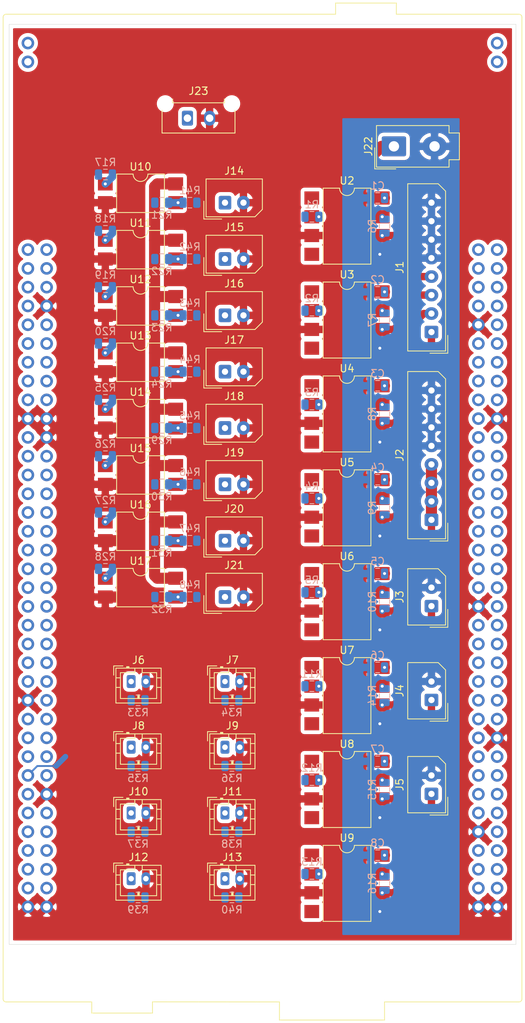
<source format=kicad_pcb>
(kicad_pcb (version 20171130) (host pcbnew "(5.1.5)-3")
  (layers (0 F.Cu signal) (31 B.Cu signal) (34 B.Paste user hide) (35 F.Paste user hide) (36 B.SilkS user hide) (37 F.SilkS user hide) (38 B.Mask user hide) (39 F.Mask user hide) (44 Edge.Cuts user))
  (net 0 "")
  (net 1 GNDD)
  (net 2 GNDA)
  (net 3 /TIM3_CH4_A)
  (net 4 /TIM3_CH3_A)
  (net 5 /TIM3_CH2_A)
  (net 6 /TIM3_CH1_A)
  (net 7 /TIM4_CH1_A)
  (net 8 /TIM4_CH2_A)
  (net 9 /TIM4_CH3_A)
  (net 10 /TIM4_CH4_A)
  (net 11 "Net-(J6-Pad1)")
  (net 12 "Net-(J7-Pad1)")
  (net 13 "Net-(J8-Pad1)")
  (net 14 "Net-(J9-Pad1)")
  (net 15 "Net-(J10-Pad1)")
  (net 16 "Net-(J11-Pad1)")
  (net 17 "Net-(J12-Pad1)")
  (net 18 "Net-(J13-Pad1)")
  (net 19 "Net-(J14-Pad1)")
  (net 20 "Net-(J15-Pad1)")
  (net 21 "Net-(J16-Pad1)")
  (net 22 "Net-(J17-Pad1)")
  (net 23 "Net-(J18-Pad1)")
  (net 24 "Net-(J19-Pad1)")
  (net 25 "Net-(J20-Pad1)")
  (net 26 "Net-(J21-Pad1)")
  (net 27 /TIM3_CH1)
  (net 28 "Net-(R1-Pad1)")
  (net 29 /TIM3_CH2)
  (net 30 "Net-(R2-Pad1)")
  (net 31 /TIM3_CH3)
  (net 32 "Net-(R3-Pad1)")
  (net 33 /TIM3_CH4)
  (net 34 "Net-(R4-Pad1)")
  (net 35 /TIM4_CH1)
  (net 36 "Net-(R5-Pad1)")
  (net 37 +5VA)
  (net 38 /TIM4_CH2)
  (net 39 "Net-(R11-Pad1)")
  (net 40 /TIM4_CH3)
  (net 41 "Net-(R12-Pad1)")
  (net 42 /TIM4_CH4)
  (net 43 "Net-(R13-Pad1)")
  (net 44 /IO1)
  (net 45 "Net-(R17-Pad1)")
  (net 46 /IO2)
  (net 47 "Net-(R18-Pad1)")
  (net 48 /IO3)
  (net 49 "Net-(R19-Pad1)")
  (net 50 /IO4)
  (net 51 "Net-(R20-Pad1)")
  (net 52 /IO1_A)
  (net 53 /IO2_A)
  (net 54 /IO3_A)
  (net 55 /IO4_A)
  (net 56 /IO5)
  (net 57 "Net-(R25-Pad1)")
  (net 58 /IO6)
  (net 59 "Net-(R26-Pad1)")
  (net 60 /IO7)
  (net 61 "Net-(R27-Pad1)")
  (net 62 /IO8)
  (net 63 "Net-(R28-Pad1)")
  (net 64 /IO5_A)
  (net 65 /IO6_A)
  (net 66 /IO7_A)
  (net 67 /IO8_A)
  (net 68 +5V)
  (net 69 /LED1)
  (net 70 /LED2)
  (net 71 /LED3)
  (net 72 /LED4)
  (module Connector_Molex:Molex_SPOX_5267-02A_1x02_P2.50mm_Vertical (layer F.Cu) (at 69.85 64.77)
    (fp_text reference J14 (at 1.25 -4.3) (layer F.SilkS))
    (fp_text value gpio_a)
    (pad 2 thru_hole oval (at 2.5 0) (size 1.7 1.85) (drill 0.85) (layers *.Cu *.Mask) (net 1 GNDD))
    (pad 1 thru_hole roundrect (at 0 0) (size 1.7 1.85) (drill 0.85) (layers *.Cu *.Mask) (roundrect_rratio 0.147059) (net 19 "Net-(J14-Pad1)"))
  )
  (module Connector_Molex:Molex_SPOX_5267-02A_1x02_P2.50mm_Vertical (layer F.Cu) (at 97.79 144.74 90)
    (fp_text reference J5 (at 1.25 -4.3 90) (layer F.SilkS))
    (fp_text value PWM3)
    (pad 2 thru_hole oval (at 2.5 0 90) (size 1.7 1.85) (drill 0.85) (layers *.Cu *.Mask) (net 2 GNDA))
    (pad 1 thru_hole roundrect (at 0 0 90) (size 1.7 1.85) (drill 0.85) (layers *.Cu *.Mask) (roundrect_rratio 0.147059) (net 10 /TIM4_CH4_A))
  )
  (module Connector_Molex:Molex_SPOX_5267-02A_1x02_P2.50mm_Vertical (layer F.Cu) (at 97.79 132.04 90)
    (fp_text reference J4 (at 1.25 -4.3 90) (layer F.SilkS))
    (fp_text value PWM2)
    (pad 2 thru_hole oval (at 2.5 0 90) (size 1.7 1.85) (drill 0.85) (layers *.Cu *.Mask) (net 2 GNDA))
    (pad 1 thru_hole roundrect (at 0 0 90) (size 1.7 1.85) (drill 0.85) (layers *.Cu *.Mask) (roundrect_rratio 0.147059) (net 9 /TIM4_CH3_A))
  )
  (module Connector_Molex:Molex_SPOX_5267-02A_1x02_P2.50mm_Vertical (layer F.Cu) (at 97.79 119.34 90)
    (fp_text reference J3 (at 1.25 -4.3 90) (layer F.SilkS))
    (fp_text value PWM1)
    (pad 2 thru_hole oval (at 2.5 0 90) (size 1.7 1.85) (drill 0.85) (layers *.Cu *.Mask) (net 2 GNDA))
    (pad 1 thru_hole roundrect (at 0 0 90) (size 1.7 1.85) (drill 0.85) (layers *.Cu *.Mask) (roundrect_rratio 0.147059) (net 8 /TIM4_CH2_A))
  )
  (module Connector_Molex:Molex_Micro-Fit_3.0_43650-0215_1x02_P3.00mm_Vertical (layer F.Cu) (at 64.77 53.34)
    (fp_text reference J23 (at 1.5 -3.67) (layer F.SilkS))
    (fp_text value 5V_IN_D)
    (pad 2 thru_hole oval (at 3 0) (size 1.5 2.02) (drill 1.02) (layers *.Cu *.Mask) (net 1 GNDD))
    (pad 1 thru_hole roundrect (at 0 0) (size 1.5 2.02) (drill 1.02) (layers *.Cu *.Mask) (roundrect_rratio 0.166667) (net 68 +5V))
    (pad "" np_thru_hole circle (at 6 -1.96) (size 1.27 1.27) (drill 1.27) (layers *.Cu *.Mask))
    (pad "" np_thru_hole circle (at -3 -1.96) (size 1.27 1.27) (drill 1.27) (layers *.Cu *.Mask))
  )
  (module Connector_Molex:Molex_Mini-Fit_Jr_5566-02A_2x01_P4.20mm_Vertical (layer F.Cu) (at 92.71 57.15 90)
    (fp_text reference J22 (at 0 -3.45 90) (layer F.SilkS))
    (fp_text value 5V_IN_A)
    (pad 2 thru_hole oval (at 0 5.5 90) (size 2.7 3.3) (drill 1.4) (layers *.Cu *.Mask) (net 2 GNDA))
    (pad 1 thru_hole roundrect (at 0 0 90) (size 2.7 3.3) (drill 1.4) (layers *.Cu *.Mask) (roundrect_rratio 0.09259299999999999) (net 37 +5VA))
  )
  (module Connector_Molex:Molex_SPOX_5267-08A_1x08_P2.50mm_Vertical (layer F.Cu) (at 97.79 107.67 90)
    (fp_text reference J2 (at 8.75 -4.3 90) (layer F.SilkS))
    (fp_text value ESC_4Z)
    (pad 8 thru_hole oval (at 17.5 0 90) (size 1.7 1.85) (drill 0.85) (layers *.Cu *.Mask) (net 2 GNDA))
    (pad 7 thru_hole oval (at 15 0 90) (size 1.7 1.85) (drill 0.85) (layers *.Cu *.Mask) (net 2 GNDA))
    (pad 6 thru_hole oval (at 12.5 0 90) (size 1.7 1.85) (drill 0.85) (layers *.Cu *.Mask) (net 2 GNDA))
    (pad 5 thru_hole oval (at 10 0 90) (size 1.7 1.85) (drill 0.85) (layers *.Cu *.Mask) (net 2 GNDA))
    (pad 4 thru_hole oval (at 7.5 0 90) (size 1.7 1.85) (drill 0.85) (layers *.Cu *.Mask) (net 7 /TIM4_CH1_A))
    (pad 3 thru_hole oval (at 5 0 90) (size 1.7 1.85) (drill 0.85) (layers *.Cu *.Mask) (net 7 /TIM4_CH1_A))
    (pad 2 thru_hole oval (at 2.5 0 90) (size 1.7 1.85) (drill 0.85) (layers *.Cu *.Mask) (net 7 /TIM4_CH1_A))
    (pad 1 thru_hole roundrect (at 0 0 90) (size 1.7 1.85) (drill 0.85) (layers *.Cu *.Mask) (roundrect_rratio 0.147059) (net 7 /TIM4_CH1_A))
  )
  (module Connector_Molex:Molex_SPOX_5267-08A_1x08_P2.50mm_Vertical (layer F.Cu) (at 97.79 82.27 90)
    (fp_text reference J1 (at 8.75 -4.3 90) (layer F.SilkS))
    (fp_text value ESC_XY)
    (pad 8 thru_hole oval (at 17.5 0 90) (size 1.7 1.85) (drill 0.85) (layers *.Cu *.Mask) (net 2 GNDA))
    (pad 7 thru_hole oval (at 15 0 90) (size 1.7 1.85) (drill 0.85) (layers *.Cu *.Mask) (net 2 GNDA))
    (pad 6 thru_hole oval (at 12.5 0 90) (size 1.7 1.85) (drill 0.85) (layers *.Cu *.Mask) (net 2 GNDA))
    (pad 5 thru_hole oval (at 10 0 90) (size 1.7 1.85) (drill 0.85) (layers *.Cu *.Mask) (net 2 GNDA))
    (pad 4 thru_hole oval (at 7.5 0 90) (size 1.7 1.85) (drill 0.85) (layers *.Cu *.Mask) (net 6 /TIM3_CH1_A))
    (pad 3 thru_hole oval (at 5 0 90) (size 1.7 1.85) (drill 0.85) (layers *.Cu *.Mask) (net 5 /TIM3_CH2_A))
    (pad 2 thru_hole oval (at 2.5 0 90) (size 1.7 1.85) (drill 0.85) (layers *.Cu *.Mask) (net 4 /TIM3_CH3_A))
    (pad 1 thru_hole roundrect (at 0 0 90) (size 1.7 1.85) (drill 0.85) (layers *.Cu *.Mask) (roundrect_rratio 0.147059) (net 3 /TIM3_CH4_A))
  )
  (module Package_DIP:SMDIP-4_W9.53mm (layer F.Cu) (at 58.42 116.84)
    (fp_text reference U17 (at 0 -3.6) (layer F.SilkS))
    (fp_text value LTV-817S)
    (pad 4 smd rect (at 4.765 -1.27) (size 2 1.78) (layers F.Cu F.Paste F.Mask) (net 37 +5VA))
    (pad 2 smd rect (at -4.765 1.27) (size 2 1.78) (layers F.Cu F.Paste F.Mask) (net 1 GNDD))
    (pad 3 smd rect (at 4.765 1.27) (size 2 1.78) (layers F.Cu F.Paste F.Mask) (net 67 /IO8_A))
    (pad 1 smd rect (at -4.765 -1.27) (size 2 1.78) (layers F.Cu F.Paste F.Mask) (net 63 "Net-(R28-Pad1)"))
  )
  (module Package_DIP:SMDIP-4_W9.53mm (layer F.Cu) (at 58.42 109.22)
    (fp_text reference U16 (at 0 -3.6) (layer F.SilkS))
    (fp_text value LTV-817S)
    (pad 4 smd rect (at 4.765 -1.27) (size 2 1.78) (layers F.Cu F.Paste F.Mask) (net 37 +5VA))
    (pad 2 smd rect (at -4.765 1.27) (size 2 1.78) (layers F.Cu F.Paste F.Mask) (net 1 GNDD))
    (pad 3 smd rect (at 4.765 1.27) (size 2 1.78) (layers F.Cu F.Paste F.Mask) (net 66 /IO7_A))
    (pad 1 smd rect (at -4.765 -1.27) (size 2 1.78) (layers F.Cu F.Paste F.Mask) (net 61 "Net-(R27-Pad1)"))
  )
  (module Package_DIP:SMDIP-4_W9.53mm (layer F.Cu) (at 58.42 101.6)
    (fp_text reference U15 (at 0 -3.6) (layer F.SilkS))
    (fp_text value LTV-817S)
    (pad 4 smd rect (at 4.765 -1.27) (size 2 1.78) (layers F.Cu F.Paste F.Mask) (net 37 +5VA))
    (pad 2 smd rect (at -4.765 1.27) (size 2 1.78) (layers F.Cu F.Paste F.Mask) (net 1 GNDD))
    (pad 3 smd rect (at 4.765 1.27) (size 2 1.78) (layers F.Cu F.Paste F.Mask) (net 65 /IO6_A))
    (pad 1 smd rect (at -4.765 -1.27) (size 2 1.78) (layers F.Cu F.Paste F.Mask) (net 59 "Net-(R26-Pad1)"))
  )
  (module Package_DIP:SMDIP-4_W9.53mm (layer F.Cu) (at 58.42 93.98)
    (fp_text reference U14 (at 0 -3.6) (layer F.SilkS))
    (fp_text value LTV-817S)
    (pad 4 smd rect (at 4.765 -1.27) (size 2 1.78) (layers F.Cu F.Paste F.Mask) (net 37 +5VA))
    (pad 2 smd rect (at -4.765 1.27) (size 2 1.78) (layers F.Cu F.Paste F.Mask) (net 1 GNDD))
    (pad 3 smd rect (at 4.765 1.27) (size 2 1.78) (layers F.Cu F.Paste F.Mask) (net 64 /IO5_A))
    (pad 1 smd rect (at -4.765 -1.27) (size 2 1.78) (layers F.Cu F.Paste F.Mask) (net 57 "Net-(R25-Pad1)"))
  )
  (module Package_DIP:SMDIP-4_W9.53mm (layer F.Cu) (at 58.42 86.36)
    (fp_text reference U13 (at 0 -3.6) (layer F.SilkS))
    (fp_text value LTV-817S)
    (pad 4 smd rect (at 4.765 -1.27) (size 2 1.78) (layers F.Cu F.Paste F.Mask) (net 37 +5VA))
    (pad 2 smd rect (at -4.765 1.27) (size 2 1.78) (layers F.Cu F.Paste F.Mask) (net 1 GNDD))
    (pad 3 smd rect (at 4.765 1.27) (size 2 1.78) (layers F.Cu F.Paste F.Mask) (net 55 /IO4_A))
    (pad 1 smd rect (at -4.765 -1.27) (size 2 1.78) (layers F.Cu F.Paste F.Mask) (net 51 "Net-(R20-Pad1)"))
  )
  (module Package_DIP:SMDIP-4_W9.53mm (layer F.Cu) (at 58.42 78.74)
    (fp_text reference U12 (at 0 -3.6) (layer F.SilkS))
    (fp_text value LTV-817S)
    (pad 4 smd rect (at 4.765 -1.27) (size 2 1.78) (layers F.Cu F.Paste F.Mask) (net 37 +5VA))
    (pad 2 smd rect (at -4.765 1.27) (size 2 1.78) (layers F.Cu F.Paste F.Mask) (net 1 GNDD))
    (pad 3 smd rect (at 4.765 1.27) (size 2 1.78) (layers F.Cu F.Paste F.Mask) (net 54 /IO3_A))
    (pad 1 smd rect (at -4.765 -1.27) (size 2 1.78) (layers F.Cu F.Paste F.Mask) (net 49 "Net-(R19-Pad1)"))
  )
  (module Package_DIP:SMDIP-4_W9.53mm (layer F.Cu) (at 58.42 71.12)
    (fp_text reference U11 (at 0 -3.6) (layer F.SilkS))
    (fp_text value LTV-817S)
    (pad 4 smd rect (at 4.765 -1.27) (size 2 1.78) (layers F.Cu F.Paste F.Mask) (net 37 +5VA))
    (pad 2 smd rect (at -4.765 1.27) (size 2 1.78) (layers F.Cu F.Paste F.Mask) (net 1 GNDD))
    (pad 3 smd rect (at 4.765 1.27) (size 2 1.78) (layers F.Cu F.Paste F.Mask) (net 53 /IO2_A))
    (pad 1 smd rect (at -4.765 -1.27) (size 2 1.78) (layers F.Cu F.Paste F.Mask) (net 47 "Net-(R18-Pad1)"))
  )
  (module Package_DIP:SMDIP-4_W9.53mm (layer F.Cu) (at 58.42 63.5)
    (fp_text reference U10 (at 0 -3.6) (layer F.SilkS))
    (fp_text value LTV-817S)
    (pad 4 smd rect (at 4.765 -1.27) (size 2 1.78) (layers F.Cu F.Paste F.Mask) (net 37 +5VA))
    (pad 2 smd rect (at -4.765 1.27) (size 2 1.78) (layers F.Cu F.Paste F.Mask) (net 1 GNDD))
    (pad 3 smd rect (at 4.765 1.27) (size 2 1.78) (layers F.Cu F.Paste F.Mask) (net 52 /IO1_A))
    (pad 1 smd rect (at -4.765 -1.27) (size 2 1.78) (layers F.Cu F.Paste F.Mask) (net 45 "Net-(R17-Pad1)"))
  )
  (module Package_DIP:SMDIP-8_W9.53mm (layer F.Cu) (at 86.36 156.845)
    (fp_text reference U9 (at 0 -6.14) (layer F.SilkS))
    (fp_text value 6N137)
    (pad 8 smd rect (at 4.765 -3.81) (size 2 1.78) (layers F.Cu F.Paste F.Mask) (net 37 +5VA))
    (pad 4 smd rect (at -4.765 3.81) (size 2 1.78) (layers F.Cu F.Paste F.Mask))
    (pad 7 smd rect (at 4.765 -1.27) (size 2 1.78) (layers F.Cu F.Paste F.Mask) (net 37 +5VA))
    (pad 3 smd rect (at -4.765 1.27) (size 2 1.78) (layers F.Cu F.Paste F.Mask) (net 1 GNDD))
    (pad 6 smd rect (at 4.765 1.27) (size 2 1.78) (layers F.Cu F.Paste F.Mask) (net 10 /TIM4_CH4_A))
    (pad 2 smd rect (at -4.765 -1.27) (size 2 1.78) (layers F.Cu F.Paste F.Mask) (net 43 "Net-(R13-Pad1)"))
    (pad 5 smd rect (at 4.765 3.81) (size 2 1.78) (layers F.Cu F.Paste F.Mask) (net 2 GNDA))
    (pad 1 smd rect (at -4.765 -3.81) (size 2 1.78) (layers F.Cu F.Paste F.Mask))
  )
  (module Package_DIP:SMDIP-8_W9.53mm (layer F.Cu) (at 86.36 144.145)
    (fp_text reference U8 (at 0 -6.14) (layer F.SilkS))
    (fp_text value 6N137)
    (pad 8 smd rect (at 4.765 -3.81) (size 2 1.78) (layers F.Cu F.Paste F.Mask) (net 37 +5VA))
    (pad 4 smd rect (at -4.765 3.81) (size 2 1.78) (layers F.Cu F.Paste F.Mask))
    (pad 7 smd rect (at 4.765 -1.27) (size 2 1.78) (layers F.Cu F.Paste F.Mask) (net 37 +5VA))
    (pad 3 smd rect (at -4.765 1.27) (size 2 1.78) (layers F.Cu F.Paste F.Mask) (net 1 GNDD))
    (pad 6 smd rect (at 4.765 1.27) (size 2 1.78) (layers F.Cu F.Paste F.Mask) (net 9 /TIM4_CH3_A))
    (pad 2 smd rect (at -4.765 -1.27) (size 2 1.78) (layers F.Cu F.Paste F.Mask) (net 41 "Net-(R12-Pad1)"))
    (pad 5 smd rect (at 4.765 3.81) (size 2 1.78) (layers F.Cu F.Paste F.Mask) (net 2 GNDA))
    (pad 1 smd rect (at -4.765 -3.81) (size 2 1.78) (layers F.Cu F.Paste F.Mask))
  )
  (module Package_DIP:SMDIP-8_W9.53mm (layer F.Cu) (at 86.36 131.445)
    (fp_text reference U7 (at 0 -6.14) (layer F.SilkS))
    (fp_text value 6N137)
    (pad 8 smd rect (at 4.765 -3.81) (size 2 1.78) (layers F.Cu F.Paste F.Mask) (net 37 +5VA))
    (pad 4 smd rect (at -4.765 3.81) (size 2 1.78) (layers F.Cu F.Paste F.Mask))
    (pad 7 smd rect (at 4.765 -1.27) (size 2 1.78) (layers F.Cu F.Paste F.Mask) (net 37 +5VA))
    (pad 3 smd rect (at -4.765 1.27) (size 2 1.78) (layers F.Cu F.Paste F.Mask) (net 1 GNDD))
    (pad 6 smd rect (at 4.765 1.27) (size 2 1.78) (layers F.Cu F.Paste F.Mask) (net 8 /TIM4_CH2_A))
    (pad 2 smd rect (at -4.765 -1.27) (size 2 1.78) (layers F.Cu F.Paste F.Mask) (net 39 "Net-(R11-Pad1)"))
    (pad 5 smd rect (at 4.765 3.81) (size 2 1.78) (layers F.Cu F.Paste F.Mask) (net 2 GNDA))
    (pad 1 smd rect (at -4.765 -3.81) (size 2 1.78) (layers F.Cu F.Paste F.Mask))
  )
  (module Package_DIP:SMDIP-8_W9.53mm (layer F.Cu) (at 86.36 118.745)
    (fp_text reference U6 (at 0 -6.14) (layer F.SilkS))
    (fp_text value 6N137)
    (pad 8 smd rect (at 4.765 -3.81) (size 2 1.78) (layers F.Cu F.Paste F.Mask) (net 37 +5VA))
    (pad 4 smd rect (at -4.765 3.81) (size 2 1.78) (layers F.Cu F.Paste F.Mask))
    (pad 7 smd rect (at 4.765 -1.27) (size 2 1.78) (layers F.Cu F.Paste F.Mask) (net 37 +5VA))
    (pad 3 smd rect (at -4.765 1.27) (size 2 1.78) (layers F.Cu F.Paste F.Mask) (net 1 GNDD))
    (pad 6 smd rect (at 4.765 1.27) (size 2 1.78) (layers F.Cu F.Paste F.Mask) (net 7 /TIM4_CH1_A))
    (pad 2 smd rect (at -4.765 -1.27) (size 2 1.78) (layers F.Cu F.Paste F.Mask) (net 36 "Net-(R5-Pad1)"))
    (pad 5 smd rect (at 4.765 3.81) (size 2 1.78) (layers F.Cu F.Paste F.Mask) (net 2 GNDA))
    (pad 1 smd rect (at -4.765 -3.81) (size 2 1.78) (layers F.Cu F.Paste F.Mask))
  )
  (module Package_DIP:SMDIP-8_W9.53mm (layer F.Cu) (at 86.36 106.045)
    (fp_text reference U5 (at 0 -6.14) (layer F.SilkS))
    (fp_text value 6N137)
    (pad 8 smd rect (at 4.765 -3.81) (size 2 1.78) (layers F.Cu F.Paste F.Mask) (net 37 +5VA))
    (pad 4 smd rect (at -4.765 3.81) (size 2 1.78) (layers F.Cu F.Paste F.Mask))
    (pad 7 smd rect (at 4.765 -1.27) (size 2 1.78) (layers F.Cu F.Paste F.Mask) (net 37 +5VA))
    (pad 3 smd rect (at -4.765 1.27) (size 2 1.78) (layers F.Cu F.Paste F.Mask) (net 1 GNDD))
    (pad 6 smd rect (at 4.765 1.27) (size 2 1.78) (layers F.Cu F.Paste F.Mask) (net 3 /TIM3_CH4_A))
    (pad 2 smd rect (at -4.765 -1.27) (size 2 1.78) (layers F.Cu F.Paste F.Mask) (net 34 "Net-(R4-Pad1)"))
    (pad 5 smd rect (at 4.765 3.81) (size 2 1.78) (layers F.Cu F.Paste F.Mask) (net 2 GNDA))
    (pad 1 smd rect (at -4.765 -3.81) (size 2 1.78) (layers F.Cu F.Paste F.Mask))
  )
  (module Package_DIP:SMDIP-8_W9.53mm (layer F.Cu) (at 86.36 93.345)
    (fp_text reference U4 (at 0 -6.14) (layer F.SilkS))
    (fp_text value 6N137)
    (pad 8 smd rect (at 4.765 -3.81) (size 2 1.78) (layers F.Cu F.Paste F.Mask) (net 37 +5VA))
    (pad 4 smd rect (at -4.765 3.81) (size 2 1.78) (layers F.Cu F.Paste F.Mask))
    (pad 7 smd rect (at 4.765 -1.27) (size 2 1.78) (layers F.Cu F.Paste F.Mask) (net 37 +5VA))
    (pad 3 smd rect (at -4.765 1.27) (size 2 1.78) (layers F.Cu F.Paste F.Mask) (net 1 GNDD))
    (pad 6 smd rect (at 4.765 1.27) (size 2 1.78) (layers F.Cu F.Paste F.Mask) (net 4 /TIM3_CH3_A))
    (pad 2 smd rect (at -4.765 -1.27) (size 2 1.78) (layers F.Cu F.Paste F.Mask) (net 32 "Net-(R3-Pad1)"))
    (pad 5 smd rect (at 4.765 3.81) (size 2 1.78) (layers F.Cu F.Paste F.Mask) (net 2 GNDA))
    (pad 1 smd rect (at -4.765 -3.81) (size 2 1.78) (layers F.Cu F.Paste F.Mask))
  )
  (module Package_DIP:SMDIP-8_W9.53mm (layer F.Cu) (at 86.36 80.645)
    (fp_text reference U3 (at 0 -6.14) (layer F.SilkS))
    (fp_text value 6N137)
    (pad 8 smd rect (at 4.765 -3.81) (size 2 1.78) (layers F.Cu F.Paste F.Mask) (net 37 +5VA))
    (pad 4 smd rect (at -4.765 3.81) (size 2 1.78) (layers F.Cu F.Paste F.Mask))
    (pad 7 smd rect (at 4.765 -1.27) (size 2 1.78) (layers F.Cu F.Paste F.Mask) (net 37 +5VA))
    (pad 3 smd rect (at -4.765 1.27) (size 2 1.78) (layers F.Cu F.Paste F.Mask) (net 1 GNDD))
    (pad 6 smd rect (at 4.765 1.27) (size 2 1.78) (layers F.Cu F.Paste F.Mask) (net 5 /TIM3_CH2_A))
    (pad 2 smd rect (at -4.765 -1.27) (size 2 1.78) (layers F.Cu F.Paste F.Mask) (net 30 "Net-(R2-Pad1)"))
    (pad 5 smd rect (at 4.765 3.81) (size 2 1.78) (layers F.Cu F.Paste F.Mask) (net 2 GNDA))
    (pad 1 smd rect (at -4.765 -3.81) (size 2 1.78) (layers F.Cu F.Paste F.Mask))
  )
  (module Package_DIP:SMDIP-8_W9.53mm (layer F.Cu) (at 86.36 67.945)
    (fp_text reference U2 (at 0 -6.14) (layer F.SilkS))
    (fp_text value 6N137)
    (pad 8 smd rect (at 4.765 -3.81) (size 2 1.78) (layers F.Cu F.Paste F.Mask) (net 37 +5VA))
    (pad 4 smd rect (at -4.765 3.81) (size 2 1.78) (layers F.Cu F.Paste F.Mask))
    (pad 7 smd rect (at 4.765 -1.27) (size 2 1.78) (layers F.Cu F.Paste F.Mask) (net 37 +5VA))
    (pad 3 smd rect (at -4.765 1.27) (size 2 1.78) (layers F.Cu F.Paste F.Mask) (net 1 GNDD))
    (pad 6 smd rect (at 4.765 1.27) (size 2 1.78) (layers F.Cu F.Paste F.Mask) (net 6 /TIM3_CH1_A))
    (pad 2 smd rect (at -4.765 -1.27) (size 2 1.78) (layers F.Cu F.Paste F.Mask) (net 28 "Net-(R1-Pad1)"))
    (pad 5 smd rect (at 4.765 3.81) (size 2 1.78) (layers F.Cu F.Paste F.Mask) (net 2 GNDA))
    (pad 1 smd rect (at -4.765 -3.81) (size 2 1.78) (layers F.Cu F.Paste F.Mask))
  )
  (module Module:ST_Morpho_Connector_144_STLink (layer F.Cu) (at 43.18 71.12)
    (fp_text reference U1 (at 31.75 -36.83) (layer F.SilkS))
    (fp_text value NUCLEO144-F746ZG)
    (pad 148 thru_hole circle (at 63.5 -25.4) (size 1.7 1.7) (drill 1) (layers *.Cu *.Mask))
    (pad 147 thru_hole circle (at 63.5 -27.94) (size 1.7 1.7) (drill 1) (layers *.Cu *.Mask))
    (pad 146 thru_hole circle (at 0 -25.4) (size 1.7 1.7) (drill 1) (layers *.Cu *.Mask))
    (pad 145 thru_hole circle (at 0 -27.94) (size 1.7 1.7) (drill 1) (layers *.Cu *.Mask))
    (pad 144 thru_hole circle (at 63.5 88.9) (size 1.7 1.7) (drill 1) (layers *.Cu *.Mask) (net 1 GNDD))
    (pad 143 thru_hole circle (at 60.96 88.9) (size 1.7 1.7) (drill 1) (layers *.Cu *.Mask) (net 1 GNDD))
    (pad 142 thru_hole circle (at 63.5 86.36) (size 1.7 1.7) (drill 1) (layers *.Cu *.Mask))
    (pad 141 thru_hole circle (at 60.96 86.36) (size 1.7 1.7) (drill 1) (layers *.Cu *.Mask))
    (pad 140 thru_hole circle (at 63.5 83.82) (size 1.7 1.7) (drill 1) (layers *.Cu *.Mask))
    (pad 139 thru_hole circle (at 60.96 83.82) (size 1.7 1.7) (drill 1) (layers *.Cu *.Mask))
    (pad 138 thru_hole circle (at 63.5 81.28) (size 1.7 1.7) (drill 1) (layers *.Cu *.Mask))
    (pad 137 thru_hole circle (at 60.96 81.28) (size 1.7 1.7) (drill 1) (layers *.Cu *.Mask))
    (pad 136 thru_hole circle (at 63.5 78.74) (size 1.7 1.7) (drill 1) (layers *.Cu *.Mask) (net 69 /LED1))
    (pad 135 thru_hole circle (at 60.96 78.74) (size 1.7 1.7) (drill 1) (layers *.Cu *.Mask) (net 1 GNDD))
    (pad 134 thru_hole circle (at 63.5 76.2) (size 1.7 1.7) (drill 1) (layers *.Cu *.Mask))
    (pad 133 thru_hole circle (at 60.96 76.2) (size 1.7 1.7) (drill 1) (layers *.Cu *.Mask))
    (pad 132 thru_hole circle (at 63.5 73.66) (size 1.7 1.7) (drill 1) (layers *.Cu *.Mask))
    (pad 131 thru_hole circle (at 60.96 73.66) (size 1.7 1.7) (drill 1) (layers *.Cu *.Mask))
    (pad 130 thru_hole circle (at 63.5 71.12) (size 1.7 1.7) (drill 1) (layers *.Cu *.Mask))
    (pad 129 thru_hole circle (at 60.96 71.12) (size 1.7 1.7) (drill 1) (layers *.Cu *.Mask))
    (pad 128 thru_hole circle (at 63.5 68.58) (size 1.7 1.7) (drill 1) (layers *.Cu *.Mask))
    (pad 127 thru_hole circle (at 60.96 68.58) (size 1.7 1.7) (drill 1) (layers *.Cu *.Mask))
    (pad 126 thru_hole circle (at 63.5 66.04) (size 1.7 1.7) (drill 1) (layers *.Cu *.Mask) (net 1 GNDD))
    (pad 125 thru_hole circle (at 60.96 66.04) (size 1.7 1.7) (drill 1) (layers *.Cu *.Mask))
    (pad 124 thru_hole circle (at 63.5 63.5) (size 1.7 1.7) (drill 1) (layers *.Cu *.Mask))
    (pad 123 thru_hole circle (at 60.96 63.5) (size 1.7 1.7) (drill 1) (layers *.Cu *.Mask))
    (pad 122 thru_hole circle (at 63.5 60.96) (size 1.7 1.7) (drill 1) (layers *.Cu *.Mask))
    (pad 121 thru_hole circle (at 60.96 60.96) (size 1.7 1.7) (drill 1) (layers *.Cu *.Mask))
    (pad 120 thru_hole circle (at 63.5 58.42) (size 1.7 1.7) (drill 1) (layers *.Cu *.Mask) (net 42 /TIM4_CH4))
    (pad 119 thru_hole circle (at 60.96 58.42) (size 1.7 1.7) (drill 1) (layers *.Cu *.Mask))
    (pad 118 thru_hole circle (at 63.5 55.88) (size 1.7 1.7) (drill 1) (layers *.Cu *.Mask) (net 40 /TIM4_CH3))
    (pad 117 thru_hole circle (at 60.96 55.88) (size 1.7 1.7) (drill 1) (layers *.Cu *.Mask))
    (pad 116 thru_hole circle (at 63.5 53.34) (size 1.7 1.7) (drill 1) (layers *.Cu *.Mask))
    (pad 115 thru_hole circle (at 60.96 53.34) (size 1.7 1.7) (drill 1) (layers *.Cu *.Mask) (net 35 /TIM4_CH1))
    (pad 114 thru_hole circle (at 63.5 50.8) (size 1.7 1.7) (drill 1) (layers *.Cu *.Mask))
    (pad 113 thru_hole circle (at 60.96 50.8) (size 1.7 1.7) (drill 1) (layers *.Cu *.Mask) (net 38 /TIM4_CH2))
    (pad 112 thru_hole circle (at 63.5 48.26) (size 1.7 1.7) (drill 1) (layers *.Cu *.Mask))
    (pad 111 thru_hole circle (at 60.96 48.26) (size 1.7 1.7) (drill 1) (layers *.Cu *.Mask) (net 1 GNDD))
    (pad 110 thru_hole circle (at 63.5 45.72) (size 1.7 1.7) (drill 1) (layers *.Cu *.Mask))
    (pad 109 thru_hole circle (at 60.96 45.72) (size 1.7 1.7) (drill 1) (layers *.Cu *.Mask))
    (pad 108 thru_hole circle (at 63.5 43.18) (size 1.7 1.7) (drill 1) (layers *.Cu *.Mask))
    (pad 107 thru_hole circle (at 60.96 43.18) (size 1.7 1.7) (drill 1) (layers *.Cu *.Mask))
    (pad 106 thru_hole circle (at 63.5 40.64) (size 1.7 1.7) (drill 1) (layers *.Cu *.Mask))
    (pad 105 thru_hole circle (at 60.96 40.64) (size 1.7 1.7) (drill 1) (layers *.Cu *.Mask))
    (pad 104 thru_hole circle (at 63.5 38.1) (size 1.7 1.7) (drill 1) (layers *.Cu *.Mask))
    (pad 103 thru_hole circle (at 60.96 38.1) (size 1.7 1.7) (drill 1) (layers *.Cu *.Mask))
    (pad 102 thru_hole circle (at 63.5 35.56) (size 1.7 1.7) (drill 1) (layers *.Cu *.Mask))
    (pad 101 thru_hole circle (at 60.96 35.56) (size 1.7 1.7) (drill 1) (layers *.Cu *.Mask))
    (pad 100 thru_hole circle (at 63.5 33.02) (size 1.7 1.7) (drill 1) (layers *.Cu *.Mask))
    (pad 99 thru_hole circle (at 60.96 33.02) (size 1.7 1.7) (drill 1) (layers *.Cu *.Mask))
    (pad 98 thru_hole circle (at 63.5 30.48) (size 1.7 1.7) (drill 1) (layers *.Cu *.Mask))
    (pad 97 thru_hole circle (at 60.96 30.48) (size 1.7 1.7) (drill 1) (layers *.Cu *.Mask))
    (pad 96 thru_hole circle (at 63.5 27.94) (size 1.7 1.7) (drill 1) (layers *.Cu *.Mask) (net 29 /TIM3_CH2))
    (pad 95 thru_hole circle (at 60.96 27.94) (size 1.7 1.7) (drill 1) (layers *.Cu *.Mask))
    (pad 94 thru_hole circle (at 63.5 25.4) (size 1.7 1.7) (drill 1) (layers *.Cu *.Mask))
    (pad 93 thru_hole circle (at 60.96 25.4) (size 1.7 1.7) (drill 1) (layers *.Cu *.Mask))
    (pad 92 thru_hole circle (at 63.5 22.86) (size 1.7 1.7) (drill 1) (layers *.Cu *.Mask) (net 1 GNDD))
    (pad 91 thru_hole circle (at 60.96 22.86) (size 1.7 1.7) (drill 1) (layers *.Cu *.Mask) (net 31 /TIM3_CH3))
    (pad 90 thru_hole circle (at 63.5 20.32) (size 1.7 1.7) (drill 1) (layers *.Cu *.Mask))
    (pad 89 thru_hole circle (at 60.96 20.32) (size 1.7 1.7) (drill 1) (layers *.Cu *.Mask))
    (pad 88 thru_hole circle (at 63.5 17.78) (size 1.7 1.7) (drill 1) (layers *.Cu *.Mask))
    (pad 87 thru_hole circle (at 60.96 17.78) (size 1.7 1.7) (drill 1) (layers *.Cu *.Mask))
    (pad 86 thru_hole circle (at 63.5 15.24) (size 1.7 1.7) (drill 1) (layers *.Cu *.Mask))
    (pad 85 thru_hole circle (at 60.96 15.24) (size 1.7 1.7) (drill 1) (layers *.Cu *.Mask))
    (pad 84 thru_hole circle (at 63.5 12.7) (size 1.7 1.7) (drill 1) (layers *.Cu *.Mask))
    (pad 83 thru_hole circle (at 60.96 12.7) (size 1.7 1.7) (drill 1) (layers *.Cu *.Mask) (net 27 /TIM3_CH1))
    (pad 82 thru_hole circle (at 63.5 10.16) (size 1.7 1.7) (drill 1) (layers *.Cu *.Mask))
    (pad 81 thru_hole circle (at 60.96 10.16) (size 1.7 1.7) (drill 1) (layers *.Cu *.Mask) (net 1 GNDD))
    (pad 80 thru_hole circle (at 63.5 7.62) (size 1.7 1.7) (drill 1) (layers *.Cu *.Mask))
    (pad 79 thru_hole circle (at 60.96 7.62) (size 1.7 1.7) (drill 1) (layers *.Cu *.Mask))
    (pad 78 thru_hole circle (at 63.5 5.08) (size 1.7 1.7) (drill 1) (layers *.Cu *.Mask))
    (pad 77 thru_hole circle (at 60.96 5.08) (size 1.7 1.7) (drill 1) (layers *.Cu *.Mask))
    (pad 76 thru_hole circle (at 63.5 2.54) (size 1.7 1.7) (drill 1) (layers *.Cu *.Mask))
    (pad 75 thru_hole circle (at 60.96 2.54) (size 1.7 1.7) (drill 1) (layers *.Cu *.Mask))
    (pad 74 thru_hole circle (at 63.5 0) (size 1.7 1.7) (drill 1) (layers *.Cu *.Mask) (net 33 /TIM3_CH4))
    (pad 73 thru_hole circle (at 60.96 0) (size 1.7 1.7) (drill 1) (layers *.Cu *.Mask))
    (pad 72 thru_hole circle (at 2.54 88.9) (size 1.7 1.7) (drill 1) (layers *.Cu *.Mask) (net 1 GNDD))
    (pad 71 thru_hole circle (at 0 88.9) (size 1.7 1.7) (drill 1) (layers *.Cu *.Mask) (net 1 GNDD))
    (pad 70 thru_hole circle (at 2.54 86.36) (size 1.7 1.7) (drill 1) (layers *.Cu *.Mask))
    (pad 69 thru_hole circle (at 0 86.36) (size 1.7 1.7) (drill 1) (layers *.Cu *.Mask))
    (pad 68 thru_hole circle (at 2.54 83.82) (size 1.7 1.7) (drill 1) (layers *.Cu *.Mask))
    (pad 67 thru_hole circle (at 0 83.82) (size 1.7 1.7) (drill 1) (layers *.Cu *.Mask))
    (pad 66 thru_hole circle (at 2.54 81.28) (size 1.7 1.7) (drill 1) (layers *.Cu *.Mask))
    (pad 65 thru_hole circle (at 0 81.28) (size 1.7 1.7) (drill 1) (layers *.Cu *.Mask))
    (pad 64 thru_hole circle (at 2.54 78.74) (size 1.7 1.7) (drill 1) (layers *.Cu *.Mask))
    (pad 63 thru_hole circle (at 0 78.74) (size 1.7 1.7) (drill 1) (layers *.Cu *.Mask))
    (pad 62 thru_hole circle (at 2.54 76.2) (size 1.7 1.7) (drill 1) (layers *.Cu *.Mask))
    (pad 61 thru_hole circle (at 0 76.2) (size 1.7 1.7) (drill 1) (layers *.Cu *.Mask) (net 70 /LED2))
    (pad 60 thru_hole circle (at 2.54 73.66) (size 1.7 1.7) (drill 1) (layers *.Cu *.Mask) (net 1 GNDD))
    (pad 59 thru_hole circle (at 0 73.66) (size 1.7 1.7) (drill 1) (layers *.Cu *.Mask))
    (pad 58 thru_hole circle (at 2.54 71.12) (size 1.7 1.7) (drill 1) (layers *.Cu *.Mask))
    (pad 57 thru_hole circle (at 0 71.12) (size 1.7 1.7) (drill 1) (layers *.Cu *.Mask) (net 44 /IO1))
    (pad 56 thru_hole circle (at 2.54 68.58) (size 1.7 1.7) (drill 1) (layers *.Cu *.Mask))
    (pad 55 thru_hole circle (at 0 68.58) (size 1.7 1.7) (drill 1) (layers *.Cu *.Mask) (net 46 /IO2))
    (pad 54 thru_hole circle (at 2.54 66.04) (size 1.7 1.7) (drill 1) (layers *.Cu *.Mask))
    (pad 53 thru_hole circle (at 0 66.04) (size 1.7 1.7) (drill 1) (layers *.Cu *.Mask))
    (pad 52 thru_hole circle (at 2.54 63.5) (size 1.7 1.7) (drill 1) (layers *.Cu *.Mask))
    (pad 51 thru_hole circle (at 0 63.5) (size 1.7 1.7) (drill 1) (layers *.Cu *.Mask))
    (pad 50 thru_hole circle (at 2.54 60.96) (size 1.7 1.7) (drill 1) (layers *.Cu *.Mask))
    (pad 49 thru_hole circle (at 0 60.96) (size 1.7 1.7) (drill 1) (layers *.Cu *.Mask) (net 1 GNDD))
    (pad 48 thru_hole circle (at 2.54 58.42) (size 1.7 1.7) (drill 1) (layers *.Cu *.Mask))
    (pad 47 thru_hole circle (at 0 58.42) (size 1.7 1.7) (drill 1) (layers *.Cu *.Mask) (net 72 /LED4))
    (pad 46 thru_hole circle (at 2.54 55.88) (size 1.7 1.7) (drill 1) (layers *.Cu *.Mask) (net 71 /LED3))
    (pad 45 thru_hole circle (at 0 55.88) (size 1.7 1.7) (drill 1) (layers *.Cu *.Mask) (net 62 /IO8))
    (pad 44 thru_hole circle (at 2.54 53.34) (size 1.7 1.7) (drill 1) (layers *.Cu *.Mask))
    (pad 43 thru_hole circle (at 0 53.34) (size 1.7 1.7) (drill 1) (layers *.Cu *.Mask) (net 60 /IO7))
    (pad 42 thru_hole circle (at 2.54 50.8) (size 1.7 1.7) (drill 1) (layers *.Cu *.Mask))
    (pad 41 thru_hole circle (at 0 50.8) (size 1.7 1.7) (drill 1) (layers *.Cu *.Mask) (net 58 /IO6))
    (pad 40 thru_hole circle (at 2.54 48.26) (size 1.7 1.7) (drill 1) (layers *.Cu *.Mask) (net 50 /IO4))
    (pad 39 thru_hole circle (at 0 48.26) (size 1.7 1.7) (drill 1) (layers *.Cu *.Mask) (net 56 /IO5))
    (pad 38 thru_hole circle (at 2.54 45.72) (size 1.7 1.7) (drill 1) (layers *.Cu *.Mask))
    (pad 37 thru_hole circle (at 0 45.72) (size 1.7 1.7) (drill 1) (layers *.Cu *.Mask))
    (pad 36 thru_hole circle (at 2.54 43.18) (size 1.7 1.7) (drill 1) (layers *.Cu *.Mask))
    (pad 35 thru_hole circle (at 0 43.18) (size 1.7 1.7) (drill 1) (layers *.Cu *.Mask))
    (pad 34 thru_hole circle (at 2.54 40.64) (size 1.7 1.7) (drill 1) (layers *.Cu *.Mask))
    (pad 33 thru_hole circle (at 0 40.64) (size 1.7 1.7) (drill 1) (layers *.Cu *.Mask))
    (pad 32 thru_hole circle (at 2.54 38.1) (size 1.7 1.7) (drill 1) (layers *.Cu *.Mask))
    (pad 31 thru_hole circle (at 0 38.1) (size 1.7 1.7) (drill 1) (layers *.Cu *.Mask))
    (pad 30 thru_hole circle (at 2.54 35.56) (size 1.7 1.7) (drill 1) (layers *.Cu *.Mask))
    (pad 29 thru_hole circle (at 0 35.56) (size 1.7 1.7) (drill 1) (layers *.Cu *.Mask))
    (pad 28 thru_hole circle (at 2.54 33.02) (size 1.7 1.7) (drill 1) (layers *.Cu *.Mask))
    (pad 27 thru_hole circle (at 0 33.02) (size 1.7 1.7) (drill 1) (layers *.Cu *.Mask))
    (pad 26 thru_hole circle (at 2.54 30.48) (size 1.7 1.7) (drill 1) (layers *.Cu *.Mask))
    (pad 25 thru_hole circle (at 0 30.48) (size 1.7 1.7) (drill 1) (layers *.Cu *.Mask))
    (pad 24 thru_hole circle (at 2.54 27.94) (size 1.7 1.7) (drill 1) (layers *.Cu *.Mask))
    (pad 23 thru_hole circle (at 0 27.94) (size 1.7 1.7) (drill 1) (layers *.Cu *.Mask))
    (pad 22 thru_hole circle (at 2.54 25.4) (size 1.7 1.7) (drill 1) (layers *.Cu *.Mask) (net 1 GNDD))
    (pad 21 thru_hole circle (at 0 25.4) (size 1.7 1.7) (drill 1) (layers *.Cu *.Mask))
    (pad 20 thru_hole circle (at 2.54 22.86) (size 1.7 1.7) (drill 1) (layers *.Cu *.Mask) (net 1 GNDD))
    (pad 19 thru_hole circle (at 0 22.86) (size 1.7 1.7) (drill 1) (layers *.Cu *.Mask) (net 1 GNDD))
    (pad 18 thru_hole circle (at 2.54 20.32) (size 1.7 1.7) (drill 1) (layers *.Cu *.Mask))
    (pad 17 thru_hole circle (at 0 20.32) (size 1.7 1.7) (drill 1) (layers *.Cu *.Mask))
    (pad 16 thru_hole circle (at 2.54 17.78) (size 1.7 1.7) (drill 1) (layers *.Cu *.Mask))
    (pad 15 thru_hole circle (at 0 17.78) (size 1.7 1.7) (drill 1) (layers *.Cu *.Mask))
    (pad 14 thru_hole circle (at 2.54 15.24) (size 1.7 1.7) (drill 1) (layers *.Cu *.Mask))
    (pad 13 thru_hole circle (at 0 15.24) (size 1.7 1.7) (drill 1) (layers *.Cu *.Mask))
    (pad 12 thru_hole circle (at 2.54 12.7) (size 1.7 1.7) (drill 1) (layers *.Cu *.Mask))
    (pad 11 thru_hole circle (at 0 12.7) (size 1.7 1.7) (drill 1) (layers *.Cu *.Mask))
    (pad 10 thru_hole circle (at 2.54 10.16) (size 1.7 1.7) (drill 1) (layers *.Cu *.Mask))
    (pad 9 thru_hole circle (at 0 10.16) (size 1.7 1.7) (drill 1) (layers *.Cu *.Mask))
    (pad 8 thru_hole circle (at 2.54 7.62) (size 1.7 1.7) (drill 1) (layers *.Cu *.Mask) (net 1 GNDD))
    (pad 7 thru_hole circle (at 0 7.62) (size 1.7 1.7) (drill 1) (layers *.Cu *.Mask))
    (pad 6 thru_hole circle (at 2.54 5.08) (size 1.7 1.7) (drill 1) (layers *.Cu *.Mask) (net 68 +5V))
    (pad 5 thru_hole circle (at 0 5.08) (size 1.7 1.7) (drill 1) (layers *.Cu *.Mask))
    (pad 4 thru_hole circle (at 2.54 2.54) (size 1.7 1.7) (drill 1) (layers *.Cu *.Mask) (net 48 /IO3))
    (pad 3 thru_hole circle (at 0 2.54) (size 1.7 1.7) (drill 1) (layers *.Cu *.Mask))
    (pad 2 thru_hole circle (at 2.54 0) (size 1.7 1.7) (drill 1) (layers *.Cu *.Mask))
    (pad 1 thru_hole circle (at 0 0) (size 1.7 1.7) (drill 1) (layers *.Cu *.Mask))
  )
  (module Resistor_SMD:R_0805_2012Metric (layer B.Cu) (at 65.1025 118.11 180)
    (fp_text reference R48 (at 0 1.65) (layer B.SilkS) (effects (justify mirror)))
    (fp_text value 100)
    (pad 2 smd roundrect (at 0.9375 0 180) (size 0.975 1.4) (layers B.Cu B.Paste B.Mask) (net 67 /IO8_A))
    (pad 1 smd roundrect (at -0.9375 0 180) (size 0.975 1.4) (layers B.Cu B.Paste B.Mask) (net 26 "Net-(J21-Pad1)"))
  )
  (module Resistor_SMD:R_0805_2012Metric (layer B.Cu) (at 65.1025 110.49 180)
    (fp_text reference R47 (at 0 1.65) (layer B.SilkS) (effects (justify mirror)))
    (fp_text value 100)
    (pad 2 smd roundrect (at 0.9375 0 180) (size 0.975 1.4) (layers B.Cu B.Paste B.Mask) (net 66 /IO7_A))
    (pad 1 smd roundrect (at -0.9375 0 180) (size 0.975 1.4) (layers B.Cu B.Paste B.Mask) (net 25 "Net-(J20-Pad1)"))
  )
  (module Resistor_SMD:R_0805_2012Metric (layer B.Cu) (at 65.1025 102.87 180)
    (fp_text reference R46 (at 0 1.65) (layer B.SilkS) (effects (justify mirror)))
    (fp_text value 100)
    (pad 2 smd roundrect (at 0.9375 0 180) (size 0.975 1.4) (layers B.Cu B.Paste B.Mask) (net 65 /IO6_A))
    (pad 1 smd roundrect (at -0.9375 0 180) (size 0.975 1.4) (layers B.Cu B.Paste B.Mask) (net 24 "Net-(J19-Pad1)"))
  )
  (module Resistor_SMD:R_0805_2012Metric (layer B.Cu) (at 65.1025 95.25 180)
    (fp_text reference R45 (at 0 1.65) (layer B.SilkS) (effects (justify mirror)))
    (fp_text value 100)
    (pad 2 smd roundrect (at 0.9375 0 180) (size 0.975 1.4) (layers B.Cu B.Paste B.Mask) (net 64 /IO5_A))
    (pad 1 smd roundrect (at -0.9375 0 180) (size 0.975 1.4) (layers B.Cu B.Paste B.Mask) (net 23 "Net-(J18-Pad1)"))
  )
  (module Resistor_SMD:R_0805_2012Metric (layer B.Cu) (at 65.1025 87.63 180)
    (fp_text reference R44 (at 0 1.65) (layer B.SilkS) (effects (justify mirror)))
    (fp_text value 100)
    (pad 2 smd roundrect (at 0.9375 0 180) (size 0.975 1.4) (layers B.Cu B.Paste B.Mask) (net 55 /IO4_A))
    (pad 1 smd roundrect (at -0.9375 0 180) (size 0.975 1.4) (layers B.Cu B.Paste B.Mask) (net 22 "Net-(J17-Pad1)"))
  )
  (module Resistor_SMD:R_0805_2012Metric (layer B.Cu) (at 65.1025 80.01 180)
    (fp_text reference R43 (at 0 1.65) (layer B.SilkS) (effects (justify mirror)))
    (fp_text value 100)
    (pad 2 smd roundrect (at 0.9375 0 180) (size 0.975 1.4) (layers B.Cu B.Paste B.Mask) (net 54 /IO3_A))
    (pad 1 smd roundrect (at -0.9375 0 180) (size 0.975 1.4) (layers B.Cu B.Paste B.Mask) (net 21 "Net-(J16-Pad1)"))
  )
  (module Resistor_SMD:R_0805_2012Metric (layer B.Cu) (at 65.1025 72.39 180)
    (fp_text reference R42 (at 0 1.65) (layer B.SilkS) (effects (justify mirror)))
    (fp_text value 100)
    (pad 2 smd roundrect (at 0.9375 0 180) (size 0.975 1.4) (layers B.Cu B.Paste B.Mask) (net 53 /IO2_A))
    (pad 1 smd roundrect (at -0.9375 0 180) (size 0.975 1.4) (layers B.Cu B.Paste B.Mask) (net 20 "Net-(J15-Pad1)"))
  )
  (module Resistor_SMD:R_0805_2012Metric (layer B.Cu) (at 65.1025 64.77 180)
    (fp_text reference R41 (at 0 1.65) (layer B.SilkS) (effects (justify mirror)))
    (fp_text value 100)
    (pad 2 smd roundrect (at 0.9375 0 180) (size 0.975 1.4) (layers B.Cu B.Paste B.Mask) (net 52 /IO1_A))
    (pad 1 smd roundrect (at -0.9375 0 180) (size 0.975 1.4) (layers B.Cu B.Paste B.Mask) (net 19 "Net-(J14-Pad1)"))
  )
  (module Resistor_SMD:R_0805_2012Metric (layer B.Cu) (at 70.7875 158.75)
    (fp_text reference R40 (at 0 1.65) (layer B.SilkS) (effects (justify mirror)))
    (fp_text value 100)
    (pad 2 smd roundrect (at 0.9375 0) (size 0.975 1.4) (layers B.Cu B.Paste B.Mask) (net 62 /IO8))
    (pad 1 smd roundrect (at -0.9375 0) (size 0.975 1.4) (layers B.Cu B.Paste B.Mask) (net 18 "Net-(J13-Pad1)"))
  )
  (module Resistor_SMD:R_0805_2012Metric (layer B.Cu) (at 58.0875 158.75)
    (fp_text reference R39 (at 0 1.65) (layer B.SilkS) (effects (justify mirror)))
    (fp_text value 100)
    (pad 2 smd roundrect (at 0.9375 0) (size 0.975 1.4) (layers B.Cu B.Paste B.Mask) (net 60 /IO7))
    (pad 1 smd roundrect (at -0.9375 0) (size 0.975 1.4) (layers B.Cu B.Paste B.Mask) (net 17 "Net-(J12-Pad1)"))
  )
  (module Resistor_SMD:R_0805_2012Metric (layer B.Cu) (at 70.7875 149.86)
    (fp_text reference R38 (at 0 1.65) (layer B.SilkS) (effects (justify mirror)))
    (fp_text value 100)
    (pad 2 smd roundrect (at 0.9375 0) (size 0.975 1.4) (layers B.Cu B.Paste B.Mask) (net 58 /IO6))
    (pad 1 smd roundrect (at -0.9375 0) (size 0.975 1.4) (layers B.Cu B.Paste B.Mask) (net 16 "Net-(J11-Pad1)"))
  )
  (module Resistor_SMD:R_0805_2012Metric (layer B.Cu) (at 58.0875 149.86)
    (fp_text reference R37 (at 0 1.65) (layer B.SilkS) (effects (justify mirror)))
    (fp_text value 100)
    (pad 2 smd roundrect (at 0.9375 0) (size 0.975 1.4) (layers B.Cu B.Paste B.Mask) (net 56 /IO5))
    (pad 1 smd roundrect (at -0.9375 0) (size 0.975 1.4) (layers B.Cu B.Paste B.Mask) (net 15 "Net-(J10-Pad1)"))
  )
  (module Resistor_SMD:R_0805_2012Metric (layer B.Cu) (at 70.7875 140.97)
    (fp_text reference R36 (at 0 1.65) (layer B.SilkS) (effects (justify mirror)))
    (fp_text value 100)
    (pad 2 smd roundrect (at 0.9375 0) (size 0.975 1.4) (layers B.Cu B.Paste B.Mask) (net 50 /IO4))
    (pad 1 smd roundrect (at -0.9375 0) (size 0.975 1.4) (layers B.Cu B.Paste B.Mask) (net 14 "Net-(J9-Pad1)"))
  )
  (module Resistor_SMD:R_0805_2012Metric (layer B.Cu) (at 58.0875 140.97)
    (fp_text reference R35 (at 0 1.65) (layer B.SilkS) (effects (justify mirror)))
    (fp_text value 100)
    (pad 2 smd roundrect (at 0.9375 0) (size 0.975 1.4) (layers B.Cu B.Paste B.Mask) (net 48 /IO3))
    (pad 1 smd roundrect (at -0.9375 0) (size 0.975 1.4) (layers B.Cu B.Paste B.Mask) (net 13 "Net-(J8-Pad1)"))
  )
  (module Resistor_SMD:R_0805_2012Metric (layer B.Cu) (at 70.7875 132.08)
    (fp_text reference R34 (at 0 1.65) (layer B.SilkS) (effects (justify mirror)))
    (fp_text value 100)
    (pad 2 smd roundrect (at 0.9375 0) (size 0.975 1.4) (layers B.Cu B.Paste B.Mask) (net 46 /IO2))
    (pad 1 smd roundrect (at -0.9375 0) (size 0.975 1.4) (layers B.Cu B.Paste B.Mask) (net 12 "Net-(J7-Pad1)"))
  )
  (module Resistor_SMD:R_0805_2012Metric (layer B.Cu) (at 58.0875 132.08)
    (fp_text reference R33 (at 0 1.65) (layer B.SilkS) (effects (justify mirror)))
    (fp_text value 100)
    (pad 2 smd roundrect (at 0.9375 0) (size 0.975 1.4) (layers B.Cu B.Paste B.Mask) (net 44 /IO1))
    (pad 1 smd roundrect (at -0.9375 0) (size 0.975 1.4) (layers B.Cu B.Paste B.Mask) (net 11 "Net-(J6-Pad1)"))
  )
  (module Resistor_SMD:R_0805_2012Metric (layer B.Cu) (at 61.2925 118.11)
    (fp_text reference R32 (at 0 1.65) (layer B.SilkS) (effects (justify mirror)))
    (fp_text value R)
    (pad 2 smd roundrect (at 0.9375 0) (size 0.975 1.4) (layers B.Cu B.Paste B.Mask) (net 67 /IO8_A))
    (pad 1 smd roundrect (at -0.9375 0) (size 0.975 1.4) (layers B.Cu B.Paste B.Mask) (net 2 GNDA))
  )
  (module Resistor_SMD:R_0805_2012Metric (layer B.Cu) (at 61.2925 110.49)
    (fp_text reference R31 (at 0 1.65) (layer B.SilkS) (effects (justify mirror)))
    (fp_text value R)
    (pad 2 smd roundrect (at 0.9375 0) (size 0.975 1.4) (layers B.Cu B.Paste B.Mask) (net 66 /IO7_A))
    (pad 1 smd roundrect (at -0.9375 0) (size 0.975 1.4) (layers B.Cu B.Paste B.Mask) (net 2 GNDA))
  )
  (module Resistor_SMD:R_0805_2012Metric (layer B.Cu) (at 61.2925 102.87)
    (fp_text reference R30 (at 0 1.65) (layer B.SilkS) (effects (justify mirror)))
    (fp_text value R)
    (pad 2 smd roundrect (at 0.9375 0) (size 0.975 1.4) (layers B.Cu B.Paste B.Mask) (net 65 /IO6_A))
    (pad 1 smd roundrect (at -0.9375 0) (size 0.975 1.4) (layers B.Cu B.Paste B.Mask) (net 2 GNDA))
  )
  (module Resistor_SMD:R_0805_2012Metric (layer B.Cu) (at 61.2925 95.25)
    (fp_text reference R29 (at 0 1.65 180) (layer B.SilkS) (effects (justify mirror)))
    (fp_text value R)
    (pad 2 smd roundrect (at 0.9375 0) (size 0.975 1.4) (layers B.Cu B.Paste B.Mask) (net 64 /IO5_A))
    (pad 1 smd roundrect (at -0.9375 0) (size 0.975 1.4) (layers B.Cu B.Paste B.Mask) (net 2 GNDA))
  )
  (module Resistor_SMD:R_0805_2012Metric (layer B.Cu) (at 53.6725 114.3 180)
    (fp_text reference R28 (at 0 1.65) (layer B.SilkS) (effects (justify mirror)))
    (fp_text value R)
    (pad 2 smd roundrect (at 0.9375 0 180) (size 0.975 1.4) (layers B.Cu B.Paste B.Mask) (net 62 /IO8))
    (pad 1 smd roundrect (at -0.9375 0 180) (size 0.975 1.4) (layers B.Cu B.Paste B.Mask) (net 63 "Net-(R28-Pad1)"))
  )
  (module Resistor_SMD:R_0805_2012Metric (layer B.Cu) (at 53.6725 106.68 180)
    (fp_text reference R27 (at 0 1.65) (layer B.SilkS) (effects (justify mirror)))
    (fp_text value R)
    (pad 2 smd roundrect (at 0.9375 0 180) (size 0.975 1.4) (layers B.Cu B.Paste B.Mask) (net 60 /IO7))
    (pad 1 smd roundrect (at -0.9375 0 180) (size 0.975 1.4) (layers B.Cu B.Paste B.Mask) (net 61 "Net-(R27-Pad1)"))
  )
  (module Resistor_SMD:R_0805_2012Metric (layer B.Cu) (at 53.6725 99.06 180)
    (fp_text reference R26 (at 0 1.65) (layer B.SilkS) (effects (justify mirror)))
    (fp_text value R)
    (pad 2 smd roundrect (at 0.9375 0 180) (size 0.975 1.4) (layers B.Cu B.Paste B.Mask) (net 58 /IO6))
    (pad 1 smd roundrect (at -0.9375 0 180) (size 0.975 1.4) (layers B.Cu B.Paste B.Mask) (net 59 "Net-(R26-Pad1)"))
  )
  (module Resistor_SMD:R_0805_2012Metric (layer B.Cu) (at 53.6725 91.44 180)
    (fp_text reference R25 (at 0 1.65) (layer B.SilkS) (effects (justify mirror)))
    (fp_text value R)
    (pad 2 smd roundrect (at 0.9375 0 180) (size 0.975 1.4) (layers B.Cu B.Paste B.Mask) (net 56 /IO5))
    (pad 1 smd roundrect (at -0.9375 0 180) (size 0.975 1.4) (layers B.Cu B.Paste B.Mask) (net 57 "Net-(R25-Pad1)"))
  )
  (module Resistor_SMD:R_0805_2012Metric (layer B.Cu) (at 61.2925 87.63)
    (fp_text reference R24 (at 0 1.65) (layer B.SilkS) (effects (justify mirror)))
    (fp_text value R)
    (pad 2 smd roundrect (at 0.9375 0) (size 0.975 1.4) (layers B.Cu B.Paste B.Mask) (net 55 /IO4_A))
    (pad 1 smd roundrect (at -0.9375 0) (size 0.975 1.4) (layers B.Cu B.Paste B.Mask) (net 2 GNDA))
  )
  (module Resistor_SMD:R_0805_2012Metric (layer B.Cu) (at 61.2925 80.01)
    (fp_text reference R23 (at 0 1.65) (layer B.SilkS) (effects (justify mirror)))
    (fp_text value R)
    (pad 2 smd roundrect (at 0.9375 0) (size 0.975 1.4) (layers B.Cu B.Paste B.Mask) (net 54 /IO3_A))
    (pad 1 smd roundrect (at -0.9375 0) (size 0.975 1.4) (layers B.Cu B.Paste B.Mask) (net 2 GNDA))
  )
  (module Resistor_SMD:R_0805_2012Metric (layer B.Cu) (at 61.2925 72.39)
    (fp_text reference R22 (at 0 1.65) (layer B.SilkS) (effects (justify mirror)))
    (fp_text value R)
    (pad 2 smd roundrect (at 0.9375 0) (size 0.975 1.4) (layers B.Cu B.Paste B.Mask) (net 53 /IO2_A))
    (pad 1 smd roundrect (at -0.9375 0) (size 0.975 1.4) (layers B.Cu B.Paste B.Mask) (net 2 GNDA))
  )
  (module Resistor_SMD:R_0805_2012Metric (layer B.Cu) (at 61.2925 64.77)
    (fp_text reference R21 (at 0 1.65) (layer B.SilkS) (effects (justify mirror)))
    (fp_text value R)
    (pad 2 smd roundrect (at 0.9375 0) (size 0.975 1.4) (layers B.Cu B.Paste B.Mask) (net 52 /IO1_A))
    (pad 1 smd roundrect (at -0.9375 0) (size 0.975 1.4) (layers B.Cu B.Paste B.Mask) (net 2 GNDA))
  )
  (module Resistor_SMD:R_0805_2012Metric (layer B.Cu) (at 53.6725 83.82 180)
    (fp_text reference R20 (at 0 1.65) (layer B.SilkS) (effects (justify mirror)))
    (fp_text value R)
    (pad 2 smd roundrect (at 0.9375 0 180) (size 0.975 1.4) (layers B.Cu B.Paste B.Mask) (net 50 /IO4))
    (pad 1 smd roundrect (at -0.9375 0 180) (size 0.975 1.4) (layers B.Cu B.Paste B.Mask) (net 51 "Net-(R20-Pad1)"))
  )
  (module Resistor_SMD:R_0805_2012Metric (layer B.Cu) (at 53.6725 76.2 180)
    (fp_text reference R19 (at 0 1.65) (layer B.SilkS) (effects (justify mirror)))
    (fp_text value R)
    (pad 2 smd roundrect (at 0.9375 0 180) (size 0.975 1.4) (layers B.Cu B.Paste B.Mask) (net 48 /IO3))
    (pad 1 smd roundrect (at -0.9375 0 180) (size 0.975 1.4) (layers B.Cu B.Paste B.Mask) (net 49 "Net-(R19-Pad1)"))
  )
  (module Resistor_SMD:R_0805_2012Metric (layer B.Cu) (at 53.6725 68.58 180)
    (fp_text reference R18 (at 0 1.65) (layer B.SilkS) (effects (justify mirror)))
    (fp_text value R)
    (pad 2 smd roundrect (at 0.9375 0 180) (size 0.975 1.4) (layers B.Cu B.Paste B.Mask) (net 46 /IO2))
    (pad 1 smd roundrect (at -0.9375 0 180) (size 0.975 1.4) (layers B.Cu B.Paste B.Mask) (net 47 "Net-(R18-Pad1)"))
  )
  (module Resistor_SMD:R_0805_2012Metric (layer B.Cu) (at 53.6725 60.96 180)
    (fp_text reference R17 (at 0 1.65) (layer B.SilkS) (effects (justify mirror)))
    (fp_text value R)
    (pad 2 smd roundrect (at 0.9375 0 180) (size 0.975 1.4) (layers B.Cu B.Paste B.Mask) (net 44 /IO1))
    (pad 1 smd roundrect (at -0.9375 0 180) (size 0.975 1.4) (layers B.Cu B.Paste B.Mask) (net 45 "Net-(R17-Pad1)"))
  )
  (module Resistor_SMD:R_0805_2012Metric (layer B.Cu) (at 91.44 156.845 270)
    (fp_text reference R16 (at 0 1.65 270) (layer B.SilkS) (effects (justify mirror)))
    (fp_text value R_Small)
    (pad 2 smd roundrect (at 0.9375 0 270) (size 0.975 1.4) (layers B.Cu B.Paste B.Mask) (net 10 /TIM4_CH4_A))
    (pad 1 smd roundrect (at -0.9375 0 270) (size 0.975 1.4) (layers B.Cu B.Paste B.Mask) (net 37 +5VA))
  )
  (module Resistor_SMD:R_0805_2012Metric (layer B.Cu) (at 91.44 144.145 270)
    (fp_text reference R15 (at 0 1.65 270) (layer B.SilkS) (effects (justify mirror)))
    (fp_text value R_Small)
    (pad 2 smd roundrect (at 0.9375 0 270) (size 0.975 1.4) (layers B.Cu B.Paste B.Mask) (net 9 /TIM4_CH3_A))
    (pad 1 smd roundrect (at -0.9375 0 270) (size 0.975 1.4) (layers B.Cu B.Paste B.Mask) (net 37 +5VA))
  )
  (module Resistor_SMD:R_0805_2012Metric (layer B.Cu) (at 91.44 131.445 270)
    (fp_text reference R14 (at 0 1.65 270) (layer B.SilkS) (effects (justify mirror)))
    (fp_text value R_Small)
    (pad 2 smd roundrect (at 0.9375 0 270) (size 0.975 1.4) (layers B.Cu B.Paste B.Mask) (net 8 /TIM4_CH2_A))
    (pad 1 smd roundrect (at -0.9375 0 270) (size 0.975 1.4) (layers B.Cu B.Paste B.Mask) (net 37 +5VA))
  )
  (module Resistor_SMD:R_0805_2012Metric (layer B.Cu) (at 81.6125 155.575 180)
    (fp_text reference R13 (at 0 1.65) (layer B.SilkS) (effects (justify mirror)))
    (fp_text value R)
    (pad 2 smd roundrect (at 0.9375 0 180) (size 0.975 1.4) (layers B.Cu B.Paste B.Mask) (net 42 /TIM4_CH4))
    (pad 1 smd roundrect (at -0.9375 0 180) (size 0.975 1.4) (layers B.Cu B.Paste B.Mask) (net 43 "Net-(R13-Pad1)"))
  )
  (module Resistor_SMD:R_0805_2012Metric (layer B.Cu) (at 81.6125 142.875 180)
    (fp_text reference R12 (at 0 1.65) (layer B.SilkS) (effects (justify mirror)))
    (fp_text value R)
    (pad 2 smd roundrect (at 0.9375 0 180) (size 0.975 1.4) (layers B.Cu B.Paste B.Mask) (net 40 /TIM4_CH3))
    (pad 1 smd roundrect (at -0.9375 0 180) (size 0.975 1.4) (layers B.Cu B.Paste B.Mask) (net 41 "Net-(R12-Pad1)"))
  )
  (module Resistor_SMD:R_0805_2012Metric (layer B.Cu) (at 81.6125 130.175 180)
    (fp_text reference R11 (at 0 1.65) (layer B.SilkS) (effects (justify mirror)))
    (fp_text value R)
    (pad 2 smd roundrect (at 0.9375 0 180) (size 0.975 1.4) (layers B.Cu B.Paste B.Mask) (net 38 /TIM4_CH2))
    (pad 1 smd roundrect (at -0.9375 0 180) (size 0.975 1.4) (layers B.Cu B.Paste B.Mask) (net 39 "Net-(R11-Pad1)"))
  )
  (module Resistor_SMD:R_0805_2012Metric (layer B.Cu) (at 91.44 118.745 270)
    (fp_text reference R10 (at 0 1.65 270) (layer B.SilkS) (effects (justify mirror)))
    (fp_text value R_Small)
    (pad 2 smd roundrect (at 0.9375 0 270) (size 0.975 1.4) (layers B.Cu B.Paste B.Mask) (net 7 /TIM4_CH1_A))
    (pad 1 smd roundrect (at -0.9375 0 270) (size 0.975 1.4) (layers B.Cu B.Paste B.Mask) (net 37 +5VA))
  )
  (module Resistor_SMD:R_0805_2012Metric (layer B.Cu) (at 91.44 106.045 270)
    (fp_text reference R9 (at 0 1.65 270) (layer B.SilkS) (effects (justify mirror)))
    (fp_text value R_Small)
    (pad 2 smd roundrect (at 0.9375 0 270) (size 0.975 1.4) (layers B.Cu B.Paste B.Mask) (net 3 /TIM3_CH4_A))
    (pad 1 smd roundrect (at -0.9375 0 270) (size 0.975 1.4) (layers B.Cu B.Paste B.Mask) (net 37 +5VA))
  )
  (module Resistor_SMD:R_0805_2012Metric (layer B.Cu) (at 91.44 93.345 270)
    (fp_text reference R8 (at 0 1.65 270) (layer B.SilkS) (effects (justify mirror)))
    (fp_text value R_Small)
    (pad 2 smd roundrect (at 0.9375 0 270) (size 0.975 1.4) (layers B.Cu B.Paste B.Mask) (net 4 /TIM3_CH3_A))
    (pad 1 smd roundrect (at -0.9375 0 270) (size 0.975 1.4) (layers B.Cu B.Paste B.Mask) (net 37 +5VA))
  )
  (module Resistor_SMD:R_0805_2012Metric (layer B.Cu) (at 91.44 80.645 270)
    (fp_text reference R7 (at 0 1.65 270) (layer B.SilkS) (effects (justify mirror)))
    (fp_text value R_Small)
    (pad 2 smd roundrect (at 0.9375 0 270) (size 0.975 1.4) (layers B.Cu B.Paste B.Mask) (net 5 /TIM3_CH2_A))
    (pad 1 smd roundrect (at -0.9375 0 270) (size 0.975 1.4) (layers B.Cu B.Paste B.Mask) (net 37 +5VA))
  )
  (module Resistor_SMD:R_0805_2012Metric (layer B.Cu) (at 91.44 67.945 270)
    (fp_text reference R6 (at 0 1.65 270) (layer B.SilkS) (effects (justify mirror)))
    (fp_text value R_Small)
    (pad 2 smd roundrect (at 0.9375 0 270) (size 0.975 1.4) (layers B.Cu B.Paste B.Mask) (net 6 /TIM3_CH1_A))
    (pad 1 smd roundrect (at -0.9375 0 270) (size 0.975 1.4) (layers B.Cu B.Paste B.Mask) (net 37 +5VA))
  )
  (module Resistor_SMD:R_0805_2012Metric (layer B.Cu) (at 81.6125 117.475 180)
    (fp_text reference R5 (at 0 1.65) (layer B.SilkS) (effects (justify mirror)))
    (fp_text value R)
    (pad 2 smd roundrect (at 0.9375 0 180) (size 0.975 1.4) (layers B.Cu B.Paste B.Mask) (net 35 /TIM4_CH1))
    (pad 1 smd roundrect (at -0.9375 0 180) (size 0.975 1.4) (layers B.Cu B.Paste B.Mask) (net 36 "Net-(R5-Pad1)"))
  )
  (module Resistor_SMD:R_0805_2012Metric (layer B.Cu) (at 81.6125 104.775 180)
    (fp_text reference R4 (at 0 1.65) (layer B.SilkS) (effects (justify mirror)))
    (fp_text value R)
    (pad 2 smd roundrect (at 0.9375 0 180) (size 0.975 1.4) (layers B.Cu B.Paste B.Mask) (net 33 /TIM3_CH4))
    (pad 1 smd roundrect (at -0.9375 0 180) (size 0.975 1.4) (layers B.Cu B.Paste B.Mask) (net 34 "Net-(R4-Pad1)"))
  )
  (module Resistor_SMD:R_0805_2012Metric (layer B.Cu) (at 81.6125 92.075 180)
    (fp_text reference R3 (at 0 1.65) (layer B.SilkS) (effects (justify mirror)))
    (fp_text value R)
    (pad 2 smd roundrect (at 0.9375 0 180) (size 0.975 1.4) (layers B.Cu B.Paste B.Mask) (net 31 /TIM3_CH3))
    (pad 1 smd roundrect (at -0.9375 0 180) (size 0.975 1.4) (layers B.Cu B.Paste B.Mask) (net 32 "Net-(R3-Pad1)"))
  )
  (module Resistor_SMD:R_0805_2012Metric (layer B.Cu) (at 81.6125 79.375 180)
    (fp_text reference R2 (at 0 1.65) (layer B.SilkS) (effects (justify mirror)))
    (fp_text value R)
    (pad 2 smd roundrect (at 0.9375 0 180) (size 0.975 1.4) (layers B.Cu B.Paste B.Mask) (net 29 /TIM3_CH2))
    (pad 1 smd roundrect (at -0.9375 0 180) (size 0.975 1.4) (layers B.Cu B.Paste B.Mask) (net 30 "Net-(R2-Pad1)"))
  )
  (module Resistor_SMD:R_0805_2012Metric (layer B.Cu) (at 81.6125 66.675 180)
    (fp_text reference R1 (at 0 1.65) (layer B.SilkS) (effects (justify mirror)))
    (fp_text value R)
    (pad 2 smd roundrect (at 0.9375 0 180) (size 0.975 1.4) (layers B.Cu B.Paste B.Mask) (net 27 /TIM3_CH1))
    (pad 1 smd roundrect (at -0.9375 0 180) (size 0.975 1.4) (layers B.Cu B.Paste B.Mask) (net 28 "Net-(R1-Pad1)"))
  )
  (module Connector_Molex:Molex_SPOX_5267-02A_1x02_P2.50mm_Vertical (layer F.Cu) (at 69.85 118.11)
    (fp_text reference J21 (at 1.25 -4.3) (layer F.SilkS))
    (fp_text value gpio_a)
    (pad 2 thru_hole oval (at 2.5 0) (size 1.7 1.85) (drill 0.85) (layers *.Cu *.Mask) (net 1 GNDD))
    (pad 1 thru_hole roundrect (at 0 0) (size 1.7 1.85) (drill 0.85) (layers *.Cu *.Mask) (roundrect_rratio 0.147059) (net 26 "Net-(J21-Pad1)"))
  )
  (module Connector_Molex:Molex_SPOX_5267-02A_1x02_P2.50mm_Vertical (layer F.Cu) (at 69.85 110.49)
    (fp_text reference J20 (at 1.25 -4.3) (layer F.SilkS))
    (fp_text value gpio_a)
    (pad 2 thru_hole oval (at 2.5 0) (size 1.7 1.85) (drill 0.85) (layers *.Cu *.Mask) (net 1 GNDD))
    (pad 1 thru_hole roundrect (at 0 0) (size 1.7 1.85) (drill 0.85) (layers *.Cu *.Mask) (roundrect_rratio 0.147059) (net 25 "Net-(J20-Pad1)"))
  )
  (module Connector_Molex:Molex_SPOX_5267-02A_1x02_P2.50mm_Vertical (layer F.Cu) (at 69.85 102.87)
    (fp_text reference J19 (at 1.25 -4.3) (layer F.SilkS))
    (fp_text value gpio_a)
    (pad 2 thru_hole oval (at 2.5 0) (size 1.7 1.85) (drill 0.85) (layers *.Cu *.Mask) (net 1 GNDD))
    (pad 1 thru_hole roundrect (at 0 0) (size 1.7 1.85) (drill 0.85) (layers *.Cu *.Mask) (roundrect_rratio 0.147059) (net 24 "Net-(J19-Pad1)"))
  )
  (module Connector_Molex:Molex_SPOX_5267-02A_1x02_P2.50mm_Vertical (layer F.Cu) (at 69.85 95.25)
    (fp_text reference J18 (at 1.25 -4.3) (layer F.SilkS))
    (fp_text value gpio_a)
    (pad 2 thru_hole oval (at 2.5 0) (size 1.7 1.85) (drill 0.85) (layers *.Cu *.Mask) (net 1 GNDD))
    (pad 1 thru_hole roundrect (at 0 0) (size 1.7 1.85) (drill 0.85) (layers *.Cu *.Mask) (roundrect_rratio 0.147059) (net 23 "Net-(J18-Pad1)"))
  )
  (module Connector_Molex:Molex_SPOX_5267-02A_1x02_P2.50mm_Vertical (layer F.Cu) (at 69.85 87.63)
    (fp_text reference J17 (at 1.25 -4.3) (layer F.SilkS))
    (fp_text value gpio_a)
    (pad 2 thru_hole oval (at 2.5 0) (size 1.7 1.85) (drill 0.85) (layers *.Cu *.Mask) (net 1 GNDD))
    (pad 1 thru_hole roundrect (at 0 0) (size 1.7 1.85) (drill 0.85) (layers *.Cu *.Mask) (roundrect_rratio 0.147059) (net 22 "Net-(J17-Pad1)"))
  )
  (module Connector_Molex:Molex_SPOX_5267-02A_1x02_P2.50mm_Vertical (layer F.Cu) (at 69.85 80.01)
    (fp_text reference J16 (at 1.25 -4.3) (layer F.SilkS))
    (fp_text value gpio_a)
    (pad 2 thru_hole oval (at 2.5 0) (size 1.7 1.85) (drill 0.85) (layers *.Cu *.Mask) (net 1 GNDD))
    (pad 1 thru_hole roundrect (at 0 0) (size 1.7 1.85) (drill 0.85) (layers *.Cu *.Mask) (roundrect_rratio 0.147059) (net 21 "Net-(J16-Pad1)"))
  )
  (module Connector_Molex:Molex_SPOX_5267-02A_1x02_P2.50mm_Vertical (layer F.Cu) (at 69.85 72.39)
    (fp_text reference J15 (at 1.25 -4.3) (layer F.SilkS))
    (fp_text value gpio_a)
    (pad 2 thru_hole oval (at 2.5 0) (size 1.7 1.85) (drill 0.85) (layers *.Cu *.Mask) (net 1 GNDD))
    (pad 1 thru_hole roundrect (at 0 0) (size 1.7 1.85) (drill 0.85) (layers *.Cu *.Mask) (roundrect_rratio 0.147059) (net 20 "Net-(J15-Pad1)"))
  )
  (module Connector_JST:JST_PH_B2B-PH-K_1x02_P2.00mm_Vertical (layer F.Cu) (at 69.85 156.21)
    (fp_text reference J13 (at 1 -2.9) (layer F.SilkS))
    (fp_text value gpio_d)
    (pad 2 thru_hole oval (at 2 0) (size 1.2 1.75) (drill 0.75) (layers *.Cu *.Mask) (net 1 GNDD))
    (pad 1 thru_hole roundrect (at 0 0) (size 1.2 1.75) (drill 0.75) (layers *.Cu *.Mask) (roundrect_rratio 0.208333) (net 18 "Net-(J13-Pad1)"))
  )
  (module Connector_JST:JST_PH_B2B-PH-K_1x02_P2.00mm_Vertical (layer F.Cu) (at 57.15 156.21)
    (fp_text reference J12 (at 1 -2.9) (layer F.SilkS))
    (fp_text value gpio_d)
    (pad 2 thru_hole oval (at 2 0) (size 1.2 1.75) (drill 0.75) (layers *.Cu *.Mask) (net 1 GNDD))
    (pad 1 thru_hole roundrect (at 0 0) (size 1.2 1.75) (drill 0.75) (layers *.Cu *.Mask) (roundrect_rratio 0.208333) (net 17 "Net-(J12-Pad1)"))
  )
  (module Connector_JST:JST_PH_B2B-PH-K_1x02_P2.00mm_Vertical (layer F.Cu) (at 69.85 147.32)
    (fp_text reference J11 (at 1 -2.9) (layer F.SilkS))
    (fp_text value gpio_d)
    (pad 2 thru_hole oval (at 2 0) (size 1.2 1.75) (drill 0.75) (layers *.Cu *.Mask) (net 1 GNDD))
    (pad 1 thru_hole roundrect (at 0 0) (size 1.2 1.75) (drill 0.75) (layers *.Cu *.Mask) (roundrect_rratio 0.208333) (net 16 "Net-(J11-Pad1)"))
  )
  (module Connector_JST:JST_PH_B2B-PH-K_1x02_P2.00mm_Vertical (layer F.Cu) (at 57.15 147.32)
    (fp_text reference J10 (at 1 -2.9) (layer F.SilkS))
    (fp_text value gpio_d)
    (pad 2 thru_hole oval (at 2 0) (size 1.2 1.75) (drill 0.75) (layers *.Cu *.Mask) (net 1 GNDD))
    (pad 1 thru_hole roundrect (at 0 0) (size 1.2 1.75) (drill 0.75) (layers *.Cu *.Mask) (roundrect_rratio 0.208333) (net 15 "Net-(J10-Pad1)"))
  )
  (module Connector_JST:JST_PH_B2B-PH-K_1x02_P2.00mm_Vertical (layer F.Cu) (at 69.85 138.43)
    (fp_text reference J9 (at 1 -2.9) (layer F.SilkS))
    (fp_text value gpio_d)
    (pad 2 thru_hole oval (at 2 0) (size 1.2 1.75) (drill 0.75) (layers *.Cu *.Mask) (net 1 GNDD))
    (pad 1 thru_hole roundrect (at 0 0) (size 1.2 1.75) (drill 0.75) (layers *.Cu *.Mask) (roundrect_rratio 0.208333) (net 14 "Net-(J9-Pad1)"))
  )
  (module Connector_JST:JST_PH_B2B-PH-K_1x02_P2.00mm_Vertical (layer F.Cu) (at 57.15 138.43)
    (fp_text reference J8 (at 1 -2.9) (layer F.SilkS))
    (fp_text value gpio_d)
    (pad 2 thru_hole oval (at 2 0) (size 1.2 1.75) (drill 0.75) (layers *.Cu *.Mask) (net 1 GNDD))
    (pad 1 thru_hole roundrect (at 0 0) (size 1.2 1.75) (drill 0.75) (layers *.Cu *.Mask) (roundrect_rratio 0.208333) (net 13 "Net-(J8-Pad1)"))
  )
  (module Connector_JST:JST_PH_B2B-PH-K_1x02_P2.00mm_Vertical (layer F.Cu) (at 69.85 129.54)
    (fp_text reference J7 (at 1 -2.9) (layer F.SilkS))
    (fp_text value gpio_d)
    (pad 2 thru_hole oval (at 2 0) (size 1.2 1.75) (drill 0.75) (layers *.Cu *.Mask) (net 1 GNDD))
    (pad 1 thru_hole roundrect (at 0 0) (size 1.2 1.75) (drill 0.75) (layers *.Cu *.Mask) (roundrect_rratio 0.208333) (net 12 "Net-(J7-Pad1)"))
  )
  (module Connector_JST:JST_PH_B2B-PH-K_1x02_P2.00mm_Vertical (layer F.Cu) (at 57.15 129.54)
    (fp_text reference J6 (at 1 -2.9) (layer F.SilkS))
    (fp_text value gpio_d)
    (pad 2 thru_hole oval (at 2 0) (size 1.2 1.75) (drill 0.75) (layers *.Cu *.Mask) (net 1 GNDD))
    (pad 1 thru_hole roundrect (at 0 0) (size 1.2 1.75) (drill 0.75) (layers *.Cu *.Mask) (roundrect_rratio 0.208333) (net 11 "Net-(J6-Pad1)"))
  )
  (module Capacitor_SMD:C_0805_2012Metric (layer B.Cu) (at 90.5025 153.035 180)
    (fp_text reference C8 (at 0 1.65) (layer B.SilkS) (effects (justify mirror)))
    (fp_text value 10n)
    (pad 2 smd roundrect (at 0.9375 0 180) (size 0.975 1.4) (layers B.Cu B.Paste B.Mask) (net 2 GNDA))
    (pad 1 smd roundrect (at -0.9375 0 180) (size 0.975 1.4) (layers B.Cu B.Paste B.Mask) (net 37 +5VA))
  )
  (module Capacitor_SMD:C_0805_2012Metric (layer B.Cu) (at 90.5025 140.335 180)
    (fp_text reference C7 (at 0 1.65) (layer B.SilkS) (effects (justify mirror)))
    (fp_text value 10n)
    (pad 2 smd roundrect (at 0.9375 0 180) (size 0.975 1.4) (layers B.Cu B.Paste B.Mask) (net 2 GNDA))
    (pad 1 smd roundrect (at -0.9375 0 180) (size 0.975 1.4) (layers B.Cu B.Paste B.Mask) (net 37 +5VA))
  )
  (module Capacitor_SMD:C_0805_2012Metric (layer B.Cu) (at 90.5025 127.635 180)
    (fp_text reference C6 (at 0 1.65) (layer B.SilkS) (effects (justify mirror)))
    (fp_text value 10n)
    (pad 2 smd roundrect (at 0.9375 0 180) (size 0.975 1.4) (layers B.Cu B.Paste B.Mask) (net 2 GNDA))
    (pad 1 smd roundrect (at -0.9375 0 180) (size 0.975 1.4) (layers B.Cu B.Paste B.Mask) (net 37 +5VA))
  )
  (module Capacitor_SMD:C_0805_2012Metric (layer B.Cu) (at 90.5025 114.935 180)
    (fp_text reference C5 (at 0 1.65 180) (layer B.SilkS) (effects (justify mirror)))
    (fp_text value 10n)
    (pad 2 smd roundrect (at 0.9375 0 180) (size 0.975 1.4) (layers B.Cu B.Paste B.Mask) (net 2 GNDA))
    (pad 1 smd roundrect (at -0.9375 0 180) (size 0.975 1.4) (layers B.Cu B.Paste B.Mask) (net 37 +5VA))
  )
  (module Capacitor_SMD:C_0805_2012Metric (layer B.Cu) (at 90.5025 102.235 180)
    (fp_text reference C4 (at 0 1.65) (layer B.SilkS) (effects (justify mirror)))
    (fp_text value 10n)
    (pad 2 smd roundrect (at 0.9375 0 180) (size 0.975 1.4) (layers B.Cu B.Paste B.Mask) (net 2 GNDA))
    (pad 1 smd roundrect (at -0.9375 0 180) (size 0.975 1.4) (layers B.Cu B.Paste B.Mask) (net 37 +5VA))
  )
  (module Capacitor_SMD:C_0805_2012Metric (layer B.Cu) (at 90.5025 89.535 180)
    (fp_text reference C3 (at 0 1.65) (layer B.SilkS) (effects (justify mirror)))
    (fp_text value 10n)
    (pad 2 smd roundrect (at 0.9375 0 180) (size 0.975 1.4) (layers B.Cu B.Paste B.Mask) (net 2 GNDA))
    (pad 1 smd roundrect (at -0.9375 0 180) (size 0.975 1.4) (layers B.Cu B.Paste B.Mask) (net 37 +5VA))
  )
  (module Capacitor_SMD:C_0805_2012Metric (layer B.Cu) (at 90.5025 76.835 180)
    (fp_text reference C2 (at 0 1.65) (layer B.SilkS) (effects (justify mirror)))
    (fp_text value 10n)
    (pad 2 smd roundrect (at 0.9375 0 180) (size 0.975 1.4) (layers B.Cu B.Paste B.Mask) (net 2 GNDA))
    (pad 1 smd roundrect (at -0.9375 0 180) (size 0.975 1.4) (layers B.Cu B.Paste B.Mask) (net 37 +5VA))
  )
  (module Capacitor_SMD:C_0805_2012Metric (layer B.Cu) (at 90.5025 64.135 180)
    (fp_text reference C1 (at 0 1.65) (layer B.SilkS) (effects (justify mirror)))
    (fp_text value 10n)
    (pad 2 smd roundrect (at 0.9375 0 180) (size 0.975 1.4) (layers B.Cu B.Paste B.Mask) (net 2 GNDA))
    (pad 1 smd roundrect (at -0.9375 0 180) (size 0.975 1.4) (layers B.Cu B.Paste B.Mask) (net 37 +5VA))
  )
  (gr_line (start 40.64 40.64) (end 40.64 165.1) (layer Edge.Cuts) (width 0.05))
  (gr_line (start 109.22 40.64) (end 40.64 40.64) (layer Edge.Cuts) (width 0.05))
  (gr_line (start 109.22 165.1) (end 109.22 40.64) (layer Edge.Cuts) (width 0.05))
  (gr_line (start 40.64 165.1) (end 109.22 165.1) (layer Edge.Cuts) (width 0.05))
  (segment (start 56.155 64.77) (end 53.655 64.77) (width 1.5) (layer F.Cu) (net 1))
  (segment (start 56.515 65.13) (end 56.155 64.77) (width 1.5) (layer F.Cu) (net 1))
  (segment (start 56.155 118.11) (end 56.515 117.75) (width 1.5) (layer F.Cu) (net 1))
  (segment (start 53.655 118.11) (end 56.155 118.11) (width 1.5) (layer F.Cu) (net 1))
  (segment (start 56.155 72.39) (end 56.515 72.39) (width 1.5) (layer F.Cu) (net 1))
  (segment (start 53.655 72.39) (end 56.155 72.39) (width 1.5) (layer F.Cu) (net 1))
  (segment (start 56.515 72.39) (end 56.515 65.13) (width 1.5) (layer F.Cu) (net 1))
  (segment (start 56.155 80.01) (end 56.515 80.01) (width 1.5) (layer F.Cu) (net 1))
  (segment (start 53.655 80.01) (end 56.155 80.01) (width 1.5) (layer F.Cu) (net 1))
  (segment (start 56.515 80.01) (end 56.515 72.39) (width 1.5) (layer F.Cu) (net 1))
  (segment (start 56.155 87.63) (end 56.515 87.63) (width 1.5) (layer F.Cu) (net 1))
  (segment (start 53.655 87.63) (end 56.155 87.63) (width 1.5) (layer F.Cu) (net 1))
  (segment (start 56.515 87.63) (end 56.515 80.01) (width 1.5) (layer F.Cu) (net 1))
  (segment (start 56.155 95.25) (end 56.515 95.25) (width 1.5) (layer F.Cu) (net 1))
  (segment (start 53.655 95.25) (end 56.155 95.25) (width 1.5) (layer F.Cu) (net 1))
  (segment (start 56.515 95.25) (end 56.515 87.63) (width 1.5) (layer F.Cu) (net 1))
  (segment (start 53.655 102.87) (end 56.155 102.87) (width 1.5) (layer F.Cu) (net 1))
  (segment (start 56.155 102.87) (end 56.515 102.87) (width 1.5) (layer F.Cu) (net 1))
  (segment (start 56.515 102.87) (end 56.515 95.25) (width 1.5) (layer F.Cu) (net 1))
  (segment (start 56.155 110.49) (end 56.515 110.49) (width 1.5) (layer F.Cu) (net 1))
  (segment (start 53.655 110.49) (end 56.155 110.49) (width 1.5) (layer F.Cu) (net 1))
  (segment (start 56.515 117.75) (end 56.515 110.49) (width 1.5) (layer F.Cu) (net 1))
  (segment (start 56.515 110.49) (end 56.515 102.87) (width 1.5) (layer F.Cu) (net 1))
  (via (at 90.805 71.755) (size 0.8) (drill 0.4) (layers F.Cu B.Cu) (net 2))
  (segment (start 91.125 71.755) (end 90.805 71.755) (width 1) (layer F.Cu) (net 2))
  (via (at 90.805 84.455) (size 0.8) (drill 0.4) (layers F.Cu B.Cu) (net 2))
  (segment (start 91.125 84.455) (end 90.805 84.455) (width 1) (layer F.Cu) (net 2))
  (via (at 90.805 97.155) (size 0.8) (drill 0.4) (layers F.Cu B.Cu) (net 2))
  (segment (start 91.125 97.155) (end 90.805 97.155) (width 1) (layer F.Cu) (net 2))
  (via (at 90.805 109.855) (size 0.8) (drill 0.4) (layers F.Cu B.Cu) (net 2))
  (segment (start 91.125 109.855) (end 90.805 109.855) (width 1) (layer F.Cu) (net 2))
  (via (at 90.805 122.555) (size 0.8) (drill 0.4) (layers F.Cu B.Cu) (net 2))
  (segment (start 91.125 122.555) (end 90.805 122.555) (width 1) (layer F.Cu) (net 2))
  (via (at 90.805 135.255) (size 0.8) (drill 0.4) (layers F.Cu B.Cu) (net 2))
  (segment (start 91.125 135.255) (end 90.805 135.255) (width 1) (layer F.Cu) (net 2))
  (via (at 90.805 147.955) (size 0.8) (drill 0.4) (layers F.Cu B.Cu) (net 2))
  (segment (start 91.125 147.955) (end 90.805 147.955) (width 1) (layer F.Cu) (net 2))
  (via (at 90.805 160.655) (size 0.8) (drill 0.4) (layers F.Cu B.Cu) (net 2))
  (segment (start 91.125 160.655) (end 90.805 160.655) (width 1) (layer F.Cu) (net 2))
  (via (at 91.125 107.315) (size 0.8) (drill 0.4) (layers F.Cu B.Cu) (net 3))
  (segment (start 91.44 106.9825) (end 91.44 107) (width 0.5) (layer B.Cu) (net 3))
  (segment (start 91.44 107) (end 91.125 107.315) (width 0.5) (layer B.Cu) (net 3))
  (segment (start 92.71 107.315) (end 91.125 107.315) (width 1) (layer F.Cu) (net 3))
  (segment (start 94.615 105.41) (end 92.71 107.315) (width 1) (layer F.Cu) (net 3))
  (segment (start 97.79 85.09) (end 95.25 87.63) (width 1) (layer F.Cu) (net 3))
  (segment (start 97.79 82.27) (end 97.79 85.09) (width 1) (layer F.Cu) (net 3))
  (segment (start 95.25 87.63) (end 95.25 97.155) (width 1) (layer F.Cu) (net 3))
  (segment (start 95.25 97.155) (end 94.615 97.79) (width 1) (layer F.Cu) (net 3))
  (segment (start 94.615 97.79) (end 94.615 105.41) (width 1) (layer F.Cu) (net 3))
  (segment (start 91.44 94.2825) (end 91.44 94.3) (width 0.5) (layer B.Cu) (net 4))
  (via (at 91.125 94.615) (size 0.8) (drill 0.4) (layers F.Cu B.Cu) (net 4))
  (segment (start 91.44 94.3) (end 91.125 94.615) (width 0.5) (layer B.Cu) (net 4))
  (segment (start 92.71 94.615) (end 91.125 94.615) (width 1) (layer F.Cu) (net 4))
  (segment (start 93.472 93.853) (end 92.71 94.615) (width 1) (layer F.Cu) (net 4))
  (segment (start 96.74 79.77) (end 95.25 81.26) (width 1) (layer F.Cu) (net 4))
  (segment (start 93.472 86.233) (end 93.472 93.853) (width 1) (layer F.Cu) (net 4))
  (segment (start 97.79 79.77) (end 96.74 79.77) (width 1) (layer F.Cu) (net 4))
  (segment (start 95.25 81.26) (end 95.25 84.455) (width 1) (layer F.Cu) (net 4))
  (segment (start 95.25 84.455) (end 93.472 86.233) (width 1) (layer F.Cu) (net 4))
  (segment (start 91.44 81.5825) (end 91.44 81.6) (width 0.5) (layer B.Cu) (net 5))
  (via (at 91.125 81.915) (size 0.8) (drill 0.4) (layers F.Cu B.Cu) (net 5))
  (segment (start 91.44 81.6) (end 91.125 81.915) (width 0.5) (layer B.Cu) (net 5))
  (segment (start 94.18 77.27) (end 93.345 78.105) (width 1) (layer F.Cu) (net 5))
  (segment (start 97.79 77.27) (end 94.18 77.27) (width 1) (layer F.Cu) (net 5))
  (segment (start 93.345 78.105) (end 93.345 81.28) (width 1) (layer F.Cu) (net 5))
  (segment (start 93.345 81.28) (end 92.71 81.915) (width 1) (layer F.Cu) (net 5))
  (segment (start 92.71 81.915) (end 91.125 81.915) (width 1) (layer F.Cu) (net 5))
  (segment (start 91.44 68.8825) (end 91.44 68.9) (width 0.5) (layer B.Cu) (net 6))
  (via (at 91.125 69.215) (size 0.8) (drill 0.4) (layers F.Cu B.Cu) (net 6))
  (segment (start 91.44 68.9) (end 91.125 69.215) (width 0.5) (layer B.Cu) (net 6))
  (segment (start 97.79 74.77) (end 96.045 74.77) (width 1) (layer F.Cu) (net 6))
  (segment (start 96.045 74.77) (end 94.615 73.34) (width 1) (layer F.Cu) (net 6))
  (segment (start 94.615 73.34) (end 94.615 70.485) (width 1) (layer F.Cu) (net 6))
  (segment (start 93.345 69.215) (end 91.125 69.215) (width 1) (layer F.Cu) (net 6))
  (segment (start 94.615 70.485) (end 93.345 69.215) (width 1) (layer F.Cu) (net 6))
  (via (at 91.125 120.015) (size 0.8) (drill 0.4) (layers F.Cu B.Cu) (net 7))
  (segment (start 91.44 119.6825) (end 91.44 119.7) (width 0.5) (layer B.Cu) (net 7))
  (segment (start 91.44 119.7) (end 91.125 120.015) (width 0.5) (layer B.Cu) (net 7))
  (segment (start 97.79 100.17) (end 97.79 107.67) (width 1.5) (layer F.Cu) (net 7))
  (segment (start 92.71 120.015) (end 91.125 120.015) (width 1) (layer F.Cu) (net 7))
  (segment (start 94.615 118.11) (end 92.71 120.015) (width 1) (layer F.Cu) (net 7))
  (segment (start 97.79 107.67) (end 97.79 109.8225) (width 1) (layer F.Cu) (net 7))
  (segment (start 94.615 112.9975) (end 94.615 118.11) (width 1) (layer F.Cu) (net 7))
  (segment (start 97.79 109.8225) (end 94.615 112.9975) (width 1) (layer F.Cu) (net 7))
  (via (at 91.125 132.715) (size 0.8) (drill 0.4) (layers F.Cu B.Cu) (net 8))
  (segment (start 91.44 132.3825) (end 91.44 132.4) (width 0.5) (layer B.Cu) (net 8))
  (segment (start 91.44 132.4) (end 91.125 132.715) (width 0.5) (layer B.Cu) (net 8))
  (segment (start 97.79 119.34) (end 97.79 121.285) (width 1) (layer F.Cu) (net 8))
  (segment (start 97.79 121.285) (end 94.615 124.46) (width 1) (layer F.Cu) (net 8))
  (segment (start 94.615 124.46) (end 94.615 130.81) (width 1) (layer F.Cu) (net 8))
  (segment (start 94.615 130.81) (end 92.71 132.715) (width 1) (layer F.Cu) (net 8))
  (segment (start 92.71 132.715) (end 91.125 132.715) (width 1) (layer F.Cu) (net 8))
  (via (at 91.125 145.415) (size 0.8) (drill 0.4) (layers F.Cu B.Cu) (net 9))
  (segment (start 91.44 145.0825) (end 91.44 145.1) (width 0.5) (layer B.Cu) (net 9))
  (segment (start 91.44 145.1) (end 91.125 145.415) (width 0.5) (layer B.Cu) (net 9))
  (segment (start 97.79 132.04) (end 97.79 133.985) (width 1) (layer F.Cu) (net 9))
  (segment (start 97.79 133.985) (end 94.615 137.16) (width 1) (layer F.Cu) (net 9))
  (segment (start 94.615 137.16) (end 94.615 143.51) (width 1) (layer F.Cu) (net 9))
  (segment (start 94.615 143.51) (end 92.71 145.415) (width 1) (layer F.Cu) (net 9))
  (segment (start 92.71 145.415) (end 91.125 145.415) (width 1) (layer F.Cu) (net 9))
  (segment (start 91.44 157.7825) (end 91.44 157.8) (width 0.5) (layer B.Cu) (net 10))
  (via (at 91.125 158.115) (size 0.8) (drill 0.4) (layers F.Cu B.Cu) (net 10))
  (segment (start 91.44 157.8) (end 91.125 158.115) (width 0.5) (layer B.Cu) (net 10))
  (segment (start 97.79 144.74) (end 97.79 146.685) (width 1) (layer F.Cu) (net 10))
  (segment (start 97.79 146.685) (end 94.615 149.86) (width 1) (layer F.Cu) (net 10))
  (segment (start 94.615 149.86) (end 94.615 156.21) (width 1) (layer F.Cu) (net 10))
  (segment (start 94.615 156.21) (end 92.71 158.115) (width 1) (layer F.Cu) (net 10))
  (segment (start 92.71 158.115) (end 91.125 158.115) (width 1) (layer F.Cu) (net 10))
  (via (at 82.55 66.675) (size 0.8) (drill 0.4) (layers F.Cu B.Cu) (net 28))
  (segment (start 81.595 66.675) (end 82.55 66.675) (width 1) (layer F.Cu) (net 28))
  (via (at 82.55 79.375) (size 0.8) (drill 0.4) (layers F.Cu B.Cu) (net 30))
  (segment (start 81.595 79.375) (end 82.55 79.375) (width 1) (layer F.Cu) (net 30))
  (via (at 82.55 92.075) (size 0.8) (drill 0.4) (layers F.Cu B.Cu) (net 32))
  (segment (start 81.595 92.075) (end 82.55 92.075) (width 1) (layer F.Cu) (net 32))
  (via (at 82.55 104.775) (size 0.8) (drill 0.4) (layers F.Cu B.Cu) (net 34))
  (segment (start 81.595 104.775) (end 82.55 104.775) (width 1) (layer F.Cu) (net 34))
  (via (at 82.55 117.475) (size 0.8) (drill 0.4) (layers F.Cu B.Cu) (net 36))
  (segment (start 81.595 117.475) (end 82.55 117.475) (width 1) (layer F.Cu) (net 36))
  (segment (start 60.685 115.57) (end 63.185 115.57) (width 1.5) (layer F.Cu) (net 37))
  (segment (start 60.325 115.21) (end 60.685 115.57) (width 1.5) (layer F.Cu) (net 37))
  (segment (start 60.685 107.95) (end 60.325 107.95) (width 1.5) (layer F.Cu) (net 37))
  (segment (start 63.185 107.95) (end 60.685 107.95) (width 1.5) (layer F.Cu) (net 37))
  (segment (start 60.325 107.95) (end 60.325 115.21) (width 1.5) (layer F.Cu) (net 37))
  (segment (start 60.325 62.59) (end 60.685 62.23) (width 1.5) (layer F.Cu) (net 37))
  (segment (start 60.685 62.23) (end 63.185 62.23) (width 1.5) (layer F.Cu) (net 37))
  (segment (start 60.685 69.85) (end 60.325 69.85) (width 1.5) (layer F.Cu) (net 37))
  (segment (start 63.185 69.85) (end 60.685 69.85) (width 1.5) (layer F.Cu) (net 37))
  (segment (start 60.325 69.85) (end 60.325 62.59) (width 1.5) (layer F.Cu) (net 37))
  (segment (start 63.185 77.47) (end 60.325 77.47) (width 1.5) (layer F.Cu) (net 37))
  (segment (start 60.325 77.47) (end 60.325 69.85) (width 1.5) (layer F.Cu) (net 37))
  (segment (start 60.685 100.33) (end 60.325 100.33) (width 1.5) (layer F.Cu) (net 37))
  (segment (start 63.185 100.33) (end 60.685 100.33) (width 1.5) (layer F.Cu) (net 37))
  (segment (start 60.325 107.95) (end 60.325 100.33) (width 1.5) (layer F.Cu) (net 37))
  (segment (start 63.185 92.71) (end 60.685 92.71) (width 1.5) (layer F.Cu) (net 37))
  (segment (start 60.685 92.71) (end 60.325 92.71) (width 1.5) (layer F.Cu) (net 37))
  (segment (start 60.325 100.33) (end 60.325 92.71) (width 1.5) (layer F.Cu) (net 37))
  (segment (start 60.685 85.09) (end 60.325 85.09) (width 1.5) (layer F.Cu) (net 37))
  (segment (start 63.185 85.09) (end 60.685 85.09) (width 1.5) (layer F.Cu) (net 37))
  (segment (start 60.325 92.71) (end 60.325 85.09) (width 1.5) (layer F.Cu) (net 37))
  (segment (start 60.325 85.09) (end 60.325 77.47) (width 1.5) (layer F.Cu) (net 37))
  (segment (start 91.125 64.135) (end 91.015 64.135) (width 1.5) (layer F.Cu) (net 37))
  (segment (start 91.125 104.775) (end 88.265 104.775) (width 1.5) (layer F.Cu) (net 37))
  (segment (start 88.265 102.235) (end 88.265 104.775) (width 1.5) (layer F.Cu) (net 37))
  (segment (start 88.265 104.775) (end 88.265 114.935) (width 1.5) (layer F.Cu) (net 37))
  (segment (start 91.125 92.075) (end 88.625 92.075) (width 1.5) (layer F.Cu) (net 37))
  (segment (start 88.265 89.535) (end 88.265 92.075) (width 1.5) (layer F.Cu) (net 37))
  (segment (start 88.625 92.075) (end 88.265 92.075) (width 1.5) (layer F.Cu) (net 37))
  (segment (start 88.265 92.075) (end 88.265 102.235) (width 1.5) (layer F.Cu) (net 37))
  (segment (start 88.625 79.375) (end 88.265 79.375) (width 1.5) (layer F.Cu) (net 37))
  (segment (start 91.125 79.375) (end 88.625 79.375) (width 1.5) (layer F.Cu) (net 37))
  (segment (start 88.265 79.375) (end 88.265 89.535) (width 1.5) (layer F.Cu) (net 37))
  (segment (start 88.265 76.835) (end 88.265 79.375) (width 1.5) (layer F.Cu) (net 37))
  (segment (start 88.625 66.675) (end 88.265 66.675) (width 1.5) (layer F.Cu) (net 37))
  (segment (start 91.125 66.675) (end 88.625 66.675) (width 1.5) (layer F.Cu) (net 37))
  (segment (start 88.265 76.835) (end 88.265 66.675) (width 1.5) (layer F.Cu) (net 37))
  (segment (start 91.125 114.935) (end 88.625 114.935) (width 1.5) (layer F.Cu) (net 37))
  (segment (start 88.625 114.935) (end 88.265 114.935) (width 1.5) (layer F.Cu) (net 37))
  (segment (start 91.125 102.235) (end 88.265 102.235) (width 1.5) (layer F.Cu) (net 37))
  (segment (start 91.125 89.535) (end 88.625 89.535) (width 1.5) (layer F.Cu) (net 37))
  (segment (start 88.625 89.535) (end 88.265 89.535) (width 1.5) (layer F.Cu) (net 37))
  (segment (start 91.125 76.835) (end 88.625 76.835) (width 1.5) (layer F.Cu) (net 37))
  (segment (start 88.625 76.835) (end 88.265 76.835) (width 1.5) (layer F.Cu) (net 37))
  (via (at 91.44 64.135) (size 0.8) (drill 0.4) (layers F.Cu B.Cu) (net 37))
  (segment (start 91.125 64.135) (end 91.44 64.135) (width 1.5) (layer F.Cu) (net 37))
  (via (at 91.44 76.835) (size 0.8) (drill 0.4) (layers F.Cu B.Cu) (net 37))
  (segment (start 91.125 76.835) (end 91.44 76.835) (width 1.5) (layer F.Cu) (net 37))
  (via (at 91.44 89.535) (size 0.8) (drill 0.4) (layers F.Cu B.Cu) (net 37))
  (segment (start 91.125 89.535) (end 91.44 89.535) (width 1.5) (layer F.Cu) (net 37))
  (via (at 91.44 102.235) (size 0.8) (drill 0.4) (layers F.Cu B.Cu) (net 37))
  (segment (start 91.125 102.235) (end 91.44 102.235) (width 1.5) (layer F.Cu) (net 37))
  (via (at 91.44 114.935) (size 0.8) (drill 0.4) (layers F.Cu B.Cu) (net 37))
  (segment (start 91.125 114.935) (end 91.44 114.935) (width 1.5) (layer F.Cu) (net 37))
  (via (at 91.44 127.635) (size 0.8) (drill 0.4) (layers F.Cu B.Cu) (net 37))
  (segment (start 91.125 127.635) (end 91.44 127.635) (width 1.5) (layer F.Cu) (net 37))
  (via (at 91.44 140.335) (size 0.8) (drill 0.4) (layers F.Cu B.Cu) (net 37))
  (segment (start 91.125 140.335) (end 91.44 140.335) (width 1.5) (layer F.Cu) (net 37))
  (via (at 91.44 153.035) (size 0.8) (drill 0.4) (layers F.Cu B.Cu) (net 37))
  (segment (start 91.125 153.035) (end 91.44 153.035) (width 1.5) (layer F.Cu) (net 37))
  (segment (start 88.625 140.335) (end 88.265 140.335) (width 1.5) (layer F.Cu) (net 37))
  (segment (start 91.125 140.335) (end 88.625 140.335) (width 1.5) (layer F.Cu) (net 37))
  (segment (start 88.625 130.175) (end 88.265 130.175) (width 1.5) (layer F.Cu) (net 37))
  (segment (start 91.125 130.175) (end 88.625 130.175) (width 1.5) (layer F.Cu) (net 37))
  (segment (start 88.265 130.175) (end 88.265 140.335) (width 1.5) (layer F.Cu) (net 37))
  (segment (start 91.125 127.635) (end 88.625 127.635) (width 1.5) (layer F.Cu) (net 37))
  (segment (start 88.625 127.635) (end 88.265 127.635) (width 1.5) (layer F.Cu) (net 37))
  (segment (start 88.265 127.635) (end 88.265 130.175) (width 1.5) (layer F.Cu) (net 37))
  (segment (start 88.625 117.475) (end 88.265 117.475) (width 1.5) (layer F.Cu) (net 37))
  (segment (start 91.125 117.475) (end 88.625 117.475) (width 1.5) (layer F.Cu) (net 37))
  (segment (start 88.265 114.935) (end 88.265 117.475) (width 1.5) (layer F.Cu) (net 37))
  (segment (start 88.265 117.475) (end 88.265 127.635) (width 1.5) (layer F.Cu) (net 37))
  (segment (start 88.625 155.575) (end 91.125 155.575) (width 1.5) (layer F.Cu) (net 37))
  (segment (start 88.265 155.215) (end 88.625 155.575) (width 1.5) (layer F.Cu) (net 37))
  (segment (start 88.625 153.035) (end 88.265 153.035) (width 1.5) (layer F.Cu) (net 37))
  (segment (start 91.125 153.035) (end 88.625 153.035) (width 1.5) (layer F.Cu) (net 37))
  (segment (start 88.265 153.035) (end 88.265 155.215) (width 1.5) (layer F.Cu) (net 37))
  (segment (start 88.625 142.875) (end 88.265 142.875) (width 1.5) (layer F.Cu) (net 37))
  (segment (start 91.125 142.875) (end 88.625 142.875) (width 1.5) (layer F.Cu) (net 37))
  (segment (start 88.265 140.335) (end 88.265 142.875) (width 1.5) (layer F.Cu) (net 37))
  (segment (start 88.265 142.875) (end 88.265 153.035) (width 1.5) (layer F.Cu) (net 37))
  (segment (start 91.06 57.15) (end 88.265 59.945) (width 1.5) (layer F.Cu) (net 37))
  (segment (start 92.71 57.15) (end 91.06 57.15) (width 1.5) (layer F.Cu) (net 37))
  (segment (start 88.625 64.135) (end 88.265 64.135) (width 1.5) (layer F.Cu) (net 37))
  (segment (start 91.125 64.135) (end 88.625 64.135) (width 1.5) (layer F.Cu) (net 37))
  (segment (start 88.265 59.945) (end 88.265 64.135) (width 1.5) (layer F.Cu) (net 37))
  (segment (start 88.265 64.135) (end 88.265 66.675) (width 1.5) (layer F.Cu) (net 37))
  (via (at 91.125 66.675) (size 0.8) (drill 0.4) (layers F.Cu B.Cu) (net 37))
  (segment (start 91.44 67.0075) (end 91.44 66.99) (width 0.5) (layer B.Cu) (net 37))
  (segment (start 91.44 66.99) (end 91.125 66.675) (width 0.5) (layer B.Cu) (net 37))
  (via (at 91.125 79.375) (size 0.8) (drill 0.4) (layers F.Cu B.Cu) (net 37))
  (segment (start 91.44 79.7075) (end 91.44 79.69) (width 0.5) (layer B.Cu) (net 37))
  (segment (start 91.44 79.69) (end 91.125 79.375) (width 0.5) (layer B.Cu) (net 37))
  (via (at 91.125 92.075) (size 0.8) (drill 0.4) (layers F.Cu B.Cu) (net 37))
  (segment (start 91.44 92.4075) (end 91.44 92.39) (width 0.5) (layer B.Cu) (net 37))
  (segment (start 91.44 92.39) (end 91.125 92.075) (width 0.5) (layer B.Cu) (net 37))
  (via (at 91.125 104.775) (size 0.8) (drill 0.4) (layers F.Cu B.Cu) (net 37))
  (segment (start 91.44 105.1075) (end 91.44 105.09) (width 0.5) (layer B.Cu) (net 37))
  (segment (start 91.44 105.09) (end 91.125 104.775) (width 0.5) (layer B.Cu) (net 37))
  (via (at 91.125 117.475) (size 0.8) (drill 0.4) (layers F.Cu B.Cu) (net 37))
  (segment (start 91.44 117.8075) (end 91.44 117.79) (width 0.5) (layer B.Cu) (net 37))
  (segment (start 91.44 117.79) (end 91.125 117.475) (width 0.5) (layer B.Cu) (net 37))
  (via (at 91.125 130.175) (size 0.8) (drill 0.4) (layers F.Cu B.Cu) (net 37))
  (segment (start 91.44 130.5075) (end 91.44 130.49) (width 0.5) (layer B.Cu) (net 37))
  (segment (start 91.44 130.49) (end 91.125 130.175) (width 0.5) (layer B.Cu) (net 37))
  (via (at 91.125 142.875) (size 0.8) (drill 0.4) (layers F.Cu B.Cu) (net 37))
  (segment (start 91.44 143.2075) (end 91.44 143.19) (width 0.5) (layer B.Cu) (net 37))
  (segment (start 91.44 143.19) (end 91.125 142.875) (width 0.5) (layer B.Cu) (net 37))
  (via (at 91.125 155.575) (size 0.8) (drill 0.4) (layers F.Cu B.Cu) (net 37))
  (segment (start 91.44 155.9075) (end 91.44 155.89) (width 0.5) (layer B.Cu) (net 37))
  (segment (start 91.44 155.89) (end 91.125 155.575) (width 0.5) (layer B.Cu) (net 37))
  (via (at 82.55 130.175) (size 0.8) (drill 0.4) (layers F.Cu B.Cu) (net 39))
  (segment (start 81.595 130.175) (end 82.55 130.175) (width 1) (layer F.Cu) (net 39))
  (via (at 82.55 142.875) (size 0.8) (drill 0.4) (layers F.Cu B.Cu) (net 41))
  (segment (start 81.595 142.875) (end 82.55 142.875) (width 1) (layer F.Cu) (net 41))
  (via (at 82.55 155.575) (size 0.8) (drill 0.4) (layers F.Cu B.Cu) (net 43))
  (segment (start 81.595 155.575) (end 82.55 155.575) (width 1) (layer F.Cu) (net 43))
  (segment (start 43.18 142.24) (end 44.45 140.97) (width 0.25) (layer B.Cu) (net 44))
  (segment (start 44.45 140.97) (end 46.99 140.97) (width 0.25) (layer B.Cu) (net 44))
  (segment (start 46.99 140.97) (end 48.26 139.7) (width 0.75) (layer B.Cu) (net 44))
  (via (at 53.655 62.23) (size 0.8) (drill 0.4) (layers F.Cu B.Cu) (net 45))
  (segment (start 54.61 60.96) (end 54.61 61.275) (width 1) (layer B.Cu) (net 45))
  (segment (start 54.61 61.275) (end 53.655 62.23) (width 1) (layer B.Cu) (net 45))
  (segment (start 54.61 68.58) (end 54.61 68.895) (width 1) (layer B.Cu) (net 47))
  (via (at 53.655 69.85) (size 0.8) (drill 0.4) (layers F.Cu B.Cu) (net 47))
  (segment (start 54.61 68.895) (end 53.655 69.85) (width 1) (layer B.Cu) (net 47))
  (segment (start 54.61 76.2) (end 54.61 76.515) (width 1) (layer B.Cu) (net 49))
  (via (at 53.655 77.47) (size 0.8) (drill 0.4) (layers F.Cu B.Cu) (net 49))
  (segment (start 54.61 76.515) (end 53.655 77.47) (width 1) (layer B.Cu) (net 49))
  (via (at 53.655 85.09) (size 0.8) (drill 0.4) (layers F.Cu B.Cu) (net 51))
  (segment (start 54.61 83.82) (end 54.61 84.135) (width 1) (layer B.Cu) (net 51))
  (segment (start 54.61 84.135) (end 53.655 85.09) (width 1) (layer B.Cu) (net 51))
  (via (at 63.5 64.77) (size 0.8) (drill 0.4) (layers F.Cu B.Cu) (net 52))
  (segment (start 64.165 64.77) (end 63.5 64.77) (width 1) (layer B.Cu) (net 52))
  (segment (start 63.5 64.77) (end 62.23 64.77) (width 1) (layer B.Cu) (net 52))
  (via (at 63.5 72.39) (size 0.8) (drill 0.4) (layers F.Cu B.Cu) (net 53))
  (segment (start 64.165 72.39) (end 63.5 72.39) (width 1) (layer B.Cu) (net 53))
  (segment (start 63.5 72.39) (end 62.23 72.39) (width 1) (layer B.Cu) (net 53))
  (via (at 63.5 80.01) (size 0.8) (drill 0.4) (layers F.Cu B.Cu) (net 54))
  (segment (start 64.165 80.01) (end 63.5 80.01) (width 1) (layer B.Cu) (net 54))
  (segment (start 63.5 80.01) (end 62.23 80.01) (width 1) (layer B.Cu) (net 54))
  (segment (start 64.165 87.63) (end 63.5 87.63) (width 1) (layer B.Cu) (net 55))
  (via (at 63.5 87.63) (size 0.8) (drill 0.4) (layers F.Cu B.Cu) (net 55))
  (segment (start 63.5 87.63) (end 62.23 87.63) (width 1) (layer B.Cu) (net 55))
  (segment (start 54.61 91.44) (end 54.61 91.755) (width 1) (layer B.Cu) (net 57))
  (via (at 53.655 92.71) (size 0.8) (drill 0.4) (layers F.Cu B.Cu) (net 57))
  (segment (start 54.61 91.755) (end 53.655 92.71) (width 1) (layer B.Cu) (net 57))
  (segment (start 54.61 99.06) (end 54.61 99.375) (width 1) (layer B.Cu) (net 59))
  (via (at 53.655 100.33) (size 0.8) (drill 0.4) (layers F.Cu B.Cu) (net 59))
  (segment (start 54.61 99.375) (end 53.655 100.33) (width 1) (layer B.Cu) (net 59))
  (segment (start 54.61 106.68) (end 54.61 106.995) (width 1) (layer B.Cu) (net 61))
  (via (at 53.655 107.95) (size 0.8) (drill 0.4) (layers F.Cu B.Cu) (net 61))
  (segment (start 54.61 106.995) (end 53.655 107.95) (width 1) (layer B.Cu) (net 61))
  (via (at 53.655 115.57) (size 0.8) (drill 0.4) (layers F.Cu B.Cu) (net 63))
  (segment (start 54.61 114.3) (end 54.61 114.615) (width 1) (layer B.Cu) (net 63))
  (segment (start 54.61 114.615) (end 53.655 115.57) (width 1) (layer B.Cu) (net 63))
  (via (at 63.5 95.25) (size 0.8) (drill 0.4) (layers F.Cu B.Cu) (net 64))
  (segment (start 64.165 95.25) (end 63.5 95.25) (width 1) (layer B.Cu) (net 64))
  (segment (start 63.5 95.25) (end 62.23 95.25) (width 1) (layer B.Cu) (net 64))
  (via (at 63.5 102.87) (size 0.8) (drill 0.4) (layers F.Cu B.Cu) (net 65))
  (segment (start 64.165 102.87) (end 63.5 102.87) (width 1) (layer B.Cu) (net 65))
  (segment (start 63.5 102.87) (end 62.23 102.87) (width 1) (layer B.Cu) (net 65))
  (segment (start 64.165 110.49) (end 63.5 110.49) (width 1) (layer B.Cu) (net 66))
  (via (at 63.5 110.49) (size 0.8) (drill 0.4) (layers F.Cu B.Cu) (net 66))
  (segment (start 63.5 110.49) (end 62.23 110.49) (width 1) (layer B.Cu) (net 66))
  (via (at 63.5 118.11) (size 0.8) (drill 0.4) (layers F.Cu B.Cu) (net 67))
  (segment (start 64.165 118.11) (end 63.5 118.11) (width 1) (layer B.Cu) (net 67))
  (segment (start 63.5 118.11) (end 62.23 118.11) (width 1) (layer B.Cu) (net 67))
  (zone (net 2) (net_name GNDA) (layer B.Cu) (priority 1) (connect_pads (clearance 0.508)) (min_thickness 0.254) (fill yes (arc_segments 32) (thermal_gap 0.508) (thermal_bridge_width 1))
    (polygon (pts (xy 101.6 163.83) (xy 85.725 163.83) (xy 85.725 53.34) (xy 101.6 53.34)))
  )
  (zone (net 2) (net_name GNDA) (layer F.Cu) (priority 1) (connect_pads (clearance 0.508)) (min_thickness 0.254) (fill yes (arc_segments 32) (thermal_gap 0.508) (thermal_bridge_width 1))
    (polygon (pts (xy 101.6 163.83) (xy 87.63 163.83) (xy 87.63 53.34) (xy 101.6 53.34)))
  )
  (zone (net 1) (net_name GNDD) (layer F.Cu) (connect_pads (clearance 0.508)) (min_thickness 0.254) (fill yes (arc_segments 32) (thermal_gap 0.508) (thermal_bridge_width 1))
    (polygon (pts (xy 109.22 165.1) (xy 40.64 165.1) (xy 40.64 40.64) (xy 109.22 40.64)))
  )
)
</source>
